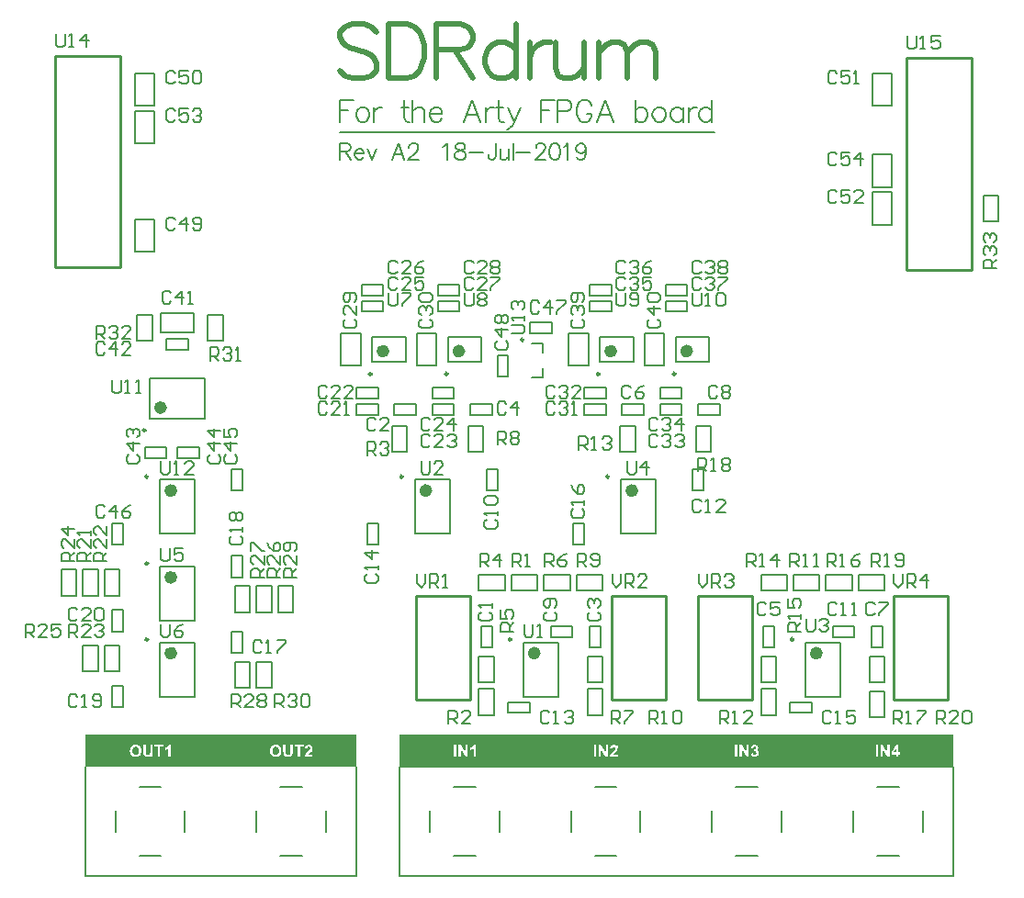
<source format=gto>
G04*
G04 #@! TF.GenerationSoftware,Altium Limited,Altium Designer,19.1.5 (86)*
G04*
G04 Layer_Color=65535*
%FSLAX25Y25*%
%MOIN*%
G70*
G01*
G75*
%ADD10C,0.00984*%
%ADD11C,0.02362*%
%ADD12C,0.01000*%
%ADD13C,0.00787*%
%ADD14C,0.01968*%
G36*
X102362Y55118D02*
X51181D01*
Y66929D01*
X74803D01*
Y66929D01*
X102362D01*
X102362Y55118D01*
D02*
G37*
G36*
X51181D02*
X39370D01*
Y66929D01*
X51181D01*
Y55118D01*
D02*
G37*
G36*
X188976Y66929D02*
X216535D01*
Y66929D01*
X240158D01*
Y66929D01*
X267717D01*
Y66929D01*
X291339D01*
Y66929D01*
X318898D01*
Y66929D01*
X342520D01*
Y66929D01*
X354331D01*
Y55118D01*
X291339D01*
D01*
D01*
X240158D01*
D01*
X216535D01*
X153543D01*
Y66929D01*
X165354D01*
Y66929D01*
X188976D01*
Y66929D01*
D02*
G37*
G36*
X137795Y55118D02*
X125984D01*
Y66929D01*
X137795D01*
Y55118D01*
D02*
G37*
G36*
X125984Y55118D02*
X102362D01*
Y66929D01*
X125984D01*
Y55118D01*
D02*
G37*
%LPC*%
G36*
X70361Y63185D02*
X69689D01*
X69630Y63041D01*
X69551Y62911D01*
X69467Y62793D01*
X69382Y62695D01*
X69297Y62610D01*
X69232Y62552D01*
X69212Y62532D01*
X69192Y62512D01*
X69179Y62506D01*
X69173Y62499D01*
X69036Y62395D01*
X68905Y62317D01*
X68787Y62245D01*
X68683Y62192D01*
X68598Y62147D01*
X68533Y62121D01*
X68507Y62114D01*
X68487Y62108D01*
X68481Y62101D01*
X68474D01*
Y62104D01*
Y58882D01*
Y61357D01*
X68696Y61441D01*
X68898Y61540D01*
X69075Y61637D01*
X69160Y61690D01*
X69232Y61742D01*
X69303Y61788D01*
X69362Y61833D01*
X69414Y61873D01*
X69460Y61905D01*
X69493Y61938D01*
X69519Y61957D01*
X69532Y61971D01*
X69538Y61977D01*
Y58882D01*
X68474D01*
X70361D01*
Y63185D01*
D02*
G37*
G36*
X63864Y63172D02*
X61361D01*
X62995D01*
Y60789D01*
Y60697D01*
Y60612D01*
X62989Y60534D01*
Y60462D01*
X62982Y60331D01*
X62976Y60233D01*
X62969Y60155D01*
X62963Y60103D01*
X62956Y60070D01*
Y60057D01*
X62937Y59979D01*
X62904Y59907D01*
X62865Y59848D01*
X62826Y59796D01*
X62793Y59750D01*
X62760Y59718D01*
X62734Y59698D01*
X62728Y59692D01*
X62649Y59639D01*
X62564Y59607D01*
X62473Y59580D01*
X62388Y59561D01*
X62303Y59548D01*
X62238Y59541D01*
X62179D01*
X62055Y59548D01*
X61937Y59567D01*
X61840Y59593D01*
X61761Y59620D01*
X61696Y59646D01*
X61650Y59672D01*
X61624Y59692D01*
X61611Y59698D01*
X61539Y59763D01*
X61487Y59829D01*
X61441Y59900D01*
X61402Y59972D01*
X61383Y60031D01*
X61363Y60077D01*
X61350Y60109D01*
Y60123D01*
X61343Y60155D01*
Y60201D01*
X61337Y60305D01*
X61330Y60423D01*
Y60540D01*
X61324Y60658D01*
Y60710D01*
Y60749D01*
Y60789D01*
Y60815D01*
Y60834D01*
Y60841D01*
Y63172D01*
X60455D01*
Y60749D01*
X60462Y60625D01*
Y60508D01*
X60468Y60403D01*
X60475Y60305D01*
X60481Y60214D01*
X60488Y60136D01*
X60494Y60064D01*
X60501Y59998D01*
X60508Y59946D01*
X60514Y59894D01*
X60520Y59861D01*
X60527Y59829D01*
X60534Y59809D01*
Y59796D01*
Y59789D01*
X60560Y59698D01*
X60599Y59613D01*
X60638Y59528D01*
X60677Y59456D01*
X60716Y59398D01*
X60749Y59352D01*
X60769Y59326D01*
X60775Y59313D01*
X60854Y59234D01*
X60932Y59156D01*
X61017Y59097D01*
X61095Y59039D01*
X61167Y58999D01*
X61226Y58967D01*
X61265Y58947D01*
X61272Y58941D01*
X61278D01*
X61343Y58914D01*
X61409Y58895D01*
X61559Y58862D01*
X61709Y58836D01*
X61859Y58823D01*
X61996Y58810D01*
X62055D01*
X62107Y58803D01*
X62205D01*
X62388Y58810D01*
X62551Y58823D01*
X62688Y58843D01*
X62806Y58869D01*
X62904Y58888D01*
X62943Y58901D01*
X62969Y58908D01*
X62995Y58914D01*
X63015Y58921D01*
X63021Y58928D01*
X63028D01*
X63139Y58980D01*
X63237Y59039D01*
X63322Y59097D01*
X63400Y59156D01*
X63453Y59202D01*
X63498Y59241D01*
X63524Y59274D01*
X63531Y59280D01*
X63596Y59365D01*
X63655Y59456D01*
X63694Y59548D01*
X63733Y59633D01*
X63759Y59711D01*
X63779Y59770D01*
X63792Y59809D01*
Y59816D01*
Y59822D01*
X63805Y59887D01*
X63818Y59959D01*
X63825Y60044D01*
X63831Y60129D01*
X63844Y60305D01*
X63857Y60488D01*
Y60573D01*
Y60651D01*
X63864Y60723D01*
Y58908D01*
Y63172D01*
D02*
G37*
G36*
X67867D02*
X64478D01*
Y62447D01*
X65738D01*
Y58882D01*
X67867D01*
Y63172D01*
D02*
G37*
G36*
X59776Y63244D02*
X55623D01*
X57693D01*
X57504Y63237D01*
X57327Y63218D01*
X57171Y63185D01*
X57033Y63159D01*
X56975Y63139D01*
X56923Y63126D01*
X56877Y63107D01*
X56838Y63094D01*
X56805Y63087D01*
X56785Y63074D01*
X56772Y63068D01*
X56766D01*
X56655Y63015D01*
X56550Y62957D01*
X56459Y62891D01*
X56374Y62826D01*
X56309Y62774D01*
X56256Y62728D01*
X56224Y62695D01*
X56211Y62682D01*
X56126Y62584D01*
X56041Y62480D01*
X55976Y62382D01*
X55917Y62290D01*
X55871Y62212D01*
X55839Y62147D01*
X55819Y62108D01*
X55812Y62101D01*
Y62094D01*
X55747Y61918D01*
X55701Y61735D01*
X55669Y61553D01*
X55649Y61376D01*
X55636Y61298D01*
Y61226D01*
X55630Y61161D01*
X55623Y61102D01*
Y60991D01*
X55630Y60802D01*
X55649Y60625D01*
X55675Y60462D01*
X55708Y60305D01*
X55754Y60162D01*
X55799Y60031D01*
X55852Y59913D01*
X55904Y59803D01*
X55956Y59705D01*
X56008Y59620D01*
X56054Y59548D01*
X56100Y59489D01*
X56132Y59443D01*
X56159Y59411D01*
X56178Y59391D01*
X56185Y59385D01*
X56296Y59280D01*
X56413Y59195D01*
X56531Y59117D01*
X56661Y59052D01*
X56785Y58993D01*
X56909Y58947D01*
X57033Y58908D01*
X57151Y58875D01*
X57262Y58849D01*
X57367Y58836D01*
X57464Y58823D01*
X57543Y58810D01*
X57608D01*
X57660Y58803D01*
X57700D01*
X57876Y58810D01*
X58039Y58829D01*
X58189Y58856D01*
X58333Y58895D01*
X58470Y58941D01*
X58594Y58986D01*
X58705Y59039D01*
X58810Y59097D01*
X58901Y59149D01*
X58979Y59202D01*
X59051Y59247D01*
X59104Y59293D01*
X59149Y59332D01*
X59182Y59359D01*
X59202Y59378D01*
X59208Y59385D01*
X59306Y59502D01*
X59397Y59626D01*
X59469Y59757D01*
X59535Y59887D01*
X59593Y60024D01*
X59639Y60162D01*
X59678Y60292D01*
X59704Y60423D01*
X59730Y60540D01*
X59743Y60658D01*
X59756Y60756D01*
X59770Y60847D01*
Y60919D01*
X59776Y60971D01*
Y61024D01*
Y61017D01*
X59770Y61206D01*
X59750Y61389D01*
X59724Y61559D01*
X59685Y61716D01*
X59645Y61860D01*
X59600Y61990D01*
X59548Y62114D01*
X59495Y62225D01*
X59437Y62323D01*
X59391Y62408D01*
X59339Y62480D01*
X59299Y62539D01*
X59260Y62591D01*
X59234Y62624D01*
X59215Y62643D01*
X59208Y62650D01*
X59097Y62754D01*
X58979Y62845D01*
X58855Y62924D01*
X58731Y62996D01*
X58607Y63048D01*
X58477Y63100D01*
X58359Y63139D01*
X58235Y63172D01*
X58124Y63192D01*
X58020Y63211D01*
X57928Y63224D01*
X57850Y63237D01*
X57784D01*
X57732Y63244D01*
X59776D01*
D02*
G37*
%LPD*%
G36*
X67867Y58882D02*
X66606D01*
Y62447D01*
X67867D01*
Y58882D01*
D02*
G37*
G36*
X57797Y62499D02*
X57889Y62493D01*
X58059Y62447D01*
X58209Y62388D01*
X58326Y62323D01*
X58379Y62290D01*
X58424Y62258D01*
X58464Y62225D01*
X58496Y62199D01*
X58522Y62173D01*
X58542Y62153D01*
X58548Y62147D01*
X58555Y62140D01*
X58614Y62068D01*
X58666Y61990D01*
X58705Y61905D01*
X58744Y61814D01*
X58803Y61631D01*
X58842Y61455D01*
X58855Y61370D01*
X58862Y61291D01*
X58875Y61220D01*
Y61161D01*
X58881Y61108D01*
Y61069D01*
Y61043D01*
Y61037D01*
X58875Y60900D01*
X58868Y60776D01*
X58849Y60651D01*
X58829Y60547D01*
X58803Y60442D01*
X58777Y60351D01*
X58744Y60266D01*
X58718Y60194D01*
X58686Y60129D01*
X58653Y60070D01*
X58627Y60024D01*
X58601Y59985D01*
X58581Y59953D01*
X58561Y59933D01*
X58555Y59920D01*
X58548Y59913D01*
X58483Y59848D01*
X58418Y59789D01*
X58346Y59744D01*
X58274Y59698D01*
X58202Y59665D01*
X58131Y59633D01*
X58000Y59587D01*
X57882Y59561D01*
X57830Y59554D01*
X57784Y59548D01*
X57752Y59541D01*
X57700D01*
X57608Y59548D01*
X57517Y59554D01*
X57432Y59574D01*
X57347Y59600D01*
X57203Y59659D01*
X57079Y59731D01*
X56981Y59796D01*
X56942Y59829D01*
X56909Y59855D01*
X56883Y59881D01*
X56864Y59900D01*
X56857Y59907D01*
X56851Y59913D01*
X56792Y59985D01*
X56740Y60070D01*
X56694Y60155D01*
X56661Y60246D01*
X56596Y60429D01*
X56557Y60612D01*
X56544Y60697D01*
X56537Y60776D01*
X56531Y60841D01*
X56524Y60906D01*
X56518Y60952D01*
Y60991D01*
Y61017D01*
Y61024D01*
X56524Y61161D01*
X56531Y61285D01*
X56550Y61402D01*
X56570Y61513D01*
X56590Y61611D01*
X56622Y61703D01*
X56648Y61788D01*
X56681Y61860D01*
X56707Y61925D01*
X56740Y61977D01*
X56766Y62029D01*
X56785Y62068D01*
X56811Y62094D01*
X56824Y62114D01*
X56831Y62127D01*
X56838Y62134D01*
X56903Y62199D01*
X56968Y62258D01*
X57040Y62304D01*
X57112Y62349D01*
X57184Y62388D01*
X57256Y62414D01*
X57393Y62460D01*
X57510Y62486D01*
X57562Y62493D01*
X57608Y62499D01*
X57647Y62506D01*
X57700D01*
X57797Y62499D01*
D02*
G37*
%LPC*%
G36*
X232650Y63175D02*
D01*
Y61980D01*
X232643Y62072D01*
X232637Y62163D01*
X232591Y62326D01*
X232532Y62470D01*
X232467Y62594D01*
X232402Y62692D01*
X232369Y62738D01*
X232343Y62770D01*
X232317Y62796D01*
X232297Y62816D01*
X232291Y62823D01*
X232284Y62829D01*
X232212Y62888D01*
X232140Y62947D01*
X232055Y62992D01*
X231977Y63032D01*
X231807Y63090D01*
X231651Y63130D01*
X231572Y63149D01*
X231507Y63156D01*
X231442Y63162D01*
X231389Y63169D01*
X231344Y63175D01*
X231181D01*
X231076Y63162D01*
X230893Y63130D01*
X230730Y63077D01*
X230658Y63051D01*
X230593Y63025D01*
X230527Y62999D01*
X230475Y62973D01*
X230430Y62947D01*
X230397Y62921D01*
X230364Y62901D01*
X230345Y62888D01*
X230332Y62881D01*
X230325Y62875D01*
X230260Y62816D01*
X230194Y62751D01*
X230142Y62679D01*
X230090Y62601D01*
X230012Y62437D01*
X229953Y62281D01*
X229927Y62202D01*
X229914Y62130D01*
X229894Y62072D01*
X229888Y62013D01*
X229874Y61967D01*
Y61935D01*
X229868Y61908D01*
Y61902D01*
X230684Y61823D01*
X230697Y61948D01*
X230717Y62059D01*
X230750Y62143D01*
X230776Y62215D01*
X230808Y62274D01*
X230828Y62307D01*
X230848Y62333D01*
X230854Y62339D01*
X230919Y62392D01*
X230985Y62431D01*
X231056Y62457D01*
X231122Y62476D01*
X231174Y62490D01*
X231226Y62496D01*
X231265D01*
X231357Y62490D01*
X231442Y62470D01*
X231514Y62450D01*
X231572Y62424D01*
X231618Y62392D01*
X231651Y62372D01*
X231670Y62353D01*
X231677Y62346D01*
X231729Y62287D01*
X231762Y62215D01*
X231788Y62143D01*
X231807Y62078D01*
X231820Y62019D01*
X231827Y61967D01*
Y61935D01*
Y61922D01*
X231820Y61830D01*
X231801Y61739D01*
X231775Y61654D01*
X231742Y61575D01*
X231709Y61510D01*
X231683Y61464D01*
X231664Y61432D01*
X231657Y61419D01*
X231631Y61379D01*
X231592Y61334D01*
X231546Y61288D01*
X231494Y61236D01*
X231383Y61118D01*
X231265Y61001D01*
X231154Y60896D01*
X231102Y60844D01*
X231063Y60805D01*
X231024Y60772D01*
X230998Y60739D01*
X230978Y60726D01*
X230972Y60720D01*
X230848Y60602D01*
X230730Y60491D01*
X230632Y60387D01*
X230534Y60289D01*
X230449Y60198D01*
X230377Y60113D01*
X230306Y60034D01*
X230247Y59962D01*
X230201Y59904D01*
X230155Y59845D01*
X230123Y59799D01*
X230090Y59760D01*
X230070Y59727D01*
X230057Y59708D01*
X230044Y59695D01*
Y59688D01*
X229966Y59545D01*
X229907Y59401D01*
X229855Y59264D01*
X229822Y59133D01*
X229796Y59029D01*
X229790Y58983D01*
X229783Y58944D01*
X229777Y58918D01*
X229770Y58892D01*
Y58872D01*
X232650D01*
Y63175D01*
D02*
G37*
G36*
X335094D02*
X332011D01*
X333873D01*
X332011Y60446D01*
Y59734D01*
X333768D01*
Y58872D01*
X334565D01*
Y59734D01*
X335094D01*
Y58872D01*
D01*
Y61379D01*
Y60452D01*
X334565D01*
Y63175D01*
X335094D01*
Y61389D01*
D01*
Y63175D01*
D02*
G37*
G36*
X280301Y63201D02*
X278740D01*
X279498D01*
Y60322D01*
X277729Y63201D01*
X276893D01*
Y58911D01*
X278347D01*
X277696D01*
Y61726D01*
X279433Y58911D01*
X280301D01*
Y63201D01*
D02*
G37*
G36*
X178295Y63162D02*
X176733D01*
X177492D01*
Y60282D01*
X175722Y63162D01*
X174886D01*
Y58872D01*
X176341D01*
X175690D01*
Y61686D01*
X177427Y58872D01*
X178295D01*
Y63162D01*
D02*
G37*
G36*
X229143Y63162D02*
X227582D01*
X228340D01*
Y60282D01*
X226570Y63162D01*
X225734D01*
Y58872D01*
X227189D01*
X226538D01*
Y61686D01*
X228275Y58872D01*
X229143D01*
Y63162D01*
D02*
G37*
G36*
X331424D02*
X329862D01*
X330621D01*
Y60282D01*
X328851Y63162D01*
X328015D01*
Y58872D01*
X329470D01*
X328818D01*
Y61686D01*
X330555Y58872D01*
X331424D01*
Y63162D01*
D02*
G37*
G36*
X282443Y63214D02*
X282384D01*
X282254Y63208D01*
X282130Y63195D01*
X282025Y63169D01*
X281927Y63149D01*
X281849Y63123D01*
X281790Y63097D01*
X281751Y63084D01*
X281745Y63077D01*
X281738D01*
X281640Y63025D01*
X281549Y62966D01*
X281477Y62907D01*
X281412Y62849D01*
X281359Y62790D01*
X281327Y62751D01*
X281300Y62725D01*
X281294Y62712D01*
X281242Y62620D01*
X281189Y62516D01*
X281150Y62411D01*
X281118Y62313D01*
X281091Y62222D01*
X281072Y62150D01*
X281065Y62124D01*
Y62104D01*
X281059Y62091D01*
Y62085D01*
X281816Y61961D01*
X281829Y62059D01*
X281856Y62143D01*
X281882Y62215D01*
X281914Y62281D01*
X281947Y62326D01*
X281966Y62359D01*
X281986Y62379D01*
X281993Y62385D01*
X282051Y62437D01*
X282117Y62470D01*
X282175Y62496D01*
X282234Y62516D01*
X282287Y62529D01*
X282326Y62535D01*
X282358D01*
X282437Y62529D01*
X282508Y62516D01*
X282567Y62496D01*
X282620Y62470D01*
X282659Y62444D01*
X282685Y62424D01*
X282704Y62411D01*
X282711Y62405D01*
X282757Y62353D01*
X282789Y62294D01*
X282809Y62235D01*
X282828Y62183D01*
X282835Y62137D01*
X282842Y62098D01*
Y62065D01*
Y62059D01*
X282835Y61967D01*
X282815Y61889D01*
X282783Y61817D01*
X282750Y61758D01*
X282717Y61712D01*
X282685Y61673D01*
X282665Y61654D01*
X282659Y61647D01*
X282587Y61602D01*
X282502Y61562D01*
X282417Y61536D01*
X282339Y61523D01*
X282267Y61517D01*
X282202Y61510D01*
X282149D01*
X282058Y60844D01*
X282136Y60864D01*
X282208Y60883D01*
X282273Y60896D01*
X282326Y60903D01*
X282371Y60909D01*
X282430D01*
X282515Y60903D01*
X282593Y60883D01*
X282665Y60851D01*
X282724Y60818D01*
X282776Y60785D01*
X282809Y60753D01*
X282835Y60733D01*
X282842Y60726D01*
X282900Y60655D01*
X282940Y60570D01*
X282972Y60491D01*
X282992Y60413D01*
X283005Y60341D01*
X283011Y60282D01*
Y60243D01*
Y60237D01*
Y60230D01*
X283005Y60113D01*
X282985Y60008D01*
X282953Y59917D01*
X282926Y59838D01*
X282894Y59780D01*
X282861Y59741D01*
X282842Y59708D01*
X282835Y59701D01*
X282763Y59636D01*
X282691Y59590D01*
X282620Y59558D01*
X282554Y59538D01*
X282495Y59525D01*
X282450Y59512D01*
X282404D01*
X282319Y59518D01*
X282241Y59538D01*
X282175Y59564D01*
X282117Y59590D01*
X282065Y59616D01*
X282032Y59642D01*
X282006Y59662D01*
X281999Y59669D01*
X281940Y59734D01*
X281895Y59812D01*
X281862Y59891D01*
X281836Y59962D01*
X281816Y60034D01*
X281803Y60087D01*
X281797Y60126D01*
Y60132D01*
Y60139D01*
X281000Y60041D01*
X281013Y59943D01*
X281033Y59845D01*
X281091Y59675D01*
X281163Y59525D01*
X281242Y59401D01*
X281281Y59349D01*
X281313Y59303D01*
X281346Y59257D01*
X281379Y59225D01*
X281405Y59198D01*
X281424Y59179D01*
X281431Y59172D01*
X281438Y59166D01*
X281509Y59107D01*
X281588Y59055D01*
X281673Y59009D01*
X281751Y58976D01*
X281914Y58911D01*
X282071Y58872D01*
X282136Y58859D01*
X282202Y58852D01*
X282260Y58846D01*
X282313Y58839D01*
X282352Y58833D01*
X281000D01*
X282411D01*
X282522Y58839D01*
X282633Y58852D01*
X282731Y58872D01*
X282828Y58898D01*
X282920Y58924D01*
X283005Y58957D01*
X283083Y58996D01*
X283155Y59035D01*
X283220Y59068D01*
X283273Y59107D01*
X283325Y59140D01*
X283364Y59172D01*
X283397Y59192D01*
X283416Y59211D01*
X283429Y59225D01*
X283436Y59231D01*
X283508Y59310D01*
X283573Y59388D01*
X283632Y59466D01*
X283677Y59551D01*
X283717Y59629D01*
X283749Y59708D01*
X283802Y59858D01*
X283821Y59930D01*
X283834Y59995D01*
X283841Y60047D01*
X283847Y60100D01*
X283854Y60139D01*
Y59179D01*
Y60191D01*
X283847Y60335D01*
X283821Y60459D01*
X283782Y60576D01*
X283743Y60674D01*
X283703Y60753D01*
X283664Y60811D01*
X283638Y60844D01*
X283632Y60857D01*
X283540Y60948D01*
X283449Y61027D01*
X283351Y61092D01*
X283253Y61138D01*
X283175Y61171D01*
X283103Y61197D01*
X283077Y61203D01*
X283064D01*
X283050Y61210D01*
X283044D01*
X283155Y61275D01*
X283246Y61347D01*
X283331Y61419D01*
X283403Y61497D01*
X283462Y61569D01*
X283514Y61647D01*
X283553Y61719D01*
X283586Y61791D01*
X283612Y61856D01*
X283632Y61915D01*
X283645Y61967D01*
X283658Y62019D01*
Y62059D01*
X283664Y62085D01*
Y62104D01*
Y62111D01*
Y62183D01*
X283651Y62255D01*
X283619Y62392D01*
X283566Y62509D01*
X283514Y62614D01*
X283455Y62705D01*
X283403Y62770D01*
X283383Y62790D01*
X283370Y62810D01*
X283364Y62816D01*
X283357Y62823D01*
X283286Y62894D01*
X283214Y62953D01*
X283129Y63006D01*
X283050Y63051D01*
X282972Y63090D01*
X282887Y63117D01*
X282737Y63169D01*
X282665Y63182D01*
X282593Y63195D01*
X282535Y63201D01*
X282482Y63208D01*
X282443Y63214D01*
D02*
G37*
G36*
X276070Y63201D02*
X275202D01*
Y58911D01*
X276070D01*
Y63201D01*
D02*
G37*
G36*
X181136Y63175D02*
X179248D01*
D01*
X180463D01*
X180404Y63032D01*
X180326Y62901D01*
X180241Y62783D01*
X180156Y62686D01*
X180071Y62601D01*
X180006Y62542D01*
X179986Y62522D01*
X179967Y62503D01*
X179954Y62496D01*
X179947Y62490D01*
X179810Y62385D01*
X179679Y62307D01*
X179562Y62235D01*
X179457Y62183D01*
X179373Y62137D01*
X179307Y62111D01*
X179281Y62104D01*
X179262Y62098D01*
X179255Y62091D01*
X179248D01*
Y61347D01*
X179471Y61432D01*
X179673Y61530D01*
X179849Y61628D01*
X179934Y61680D01*
X180006Y61732D01*
X180078Y61778D01*
X180137Y61824D01*
X180189Y61863D01*
X180235Y61895D01*
X180267Y61928D01*
X180293Y61948D01*
X180306Y61961D01*
X180313Y61967D01*
Y58872D01*
X181136D01*
Y63175D01*
D02*
G37*
G36*
X174064Y63162D02*
X173195D01*
Y58872D01*
X174064D01*
Y63162D01*
D02*
G37*
G36*
X224912Y63162D02*
X224043D01*
Y58872D01*
X224912D01*
Y63162D01*
D02*
G37*
G36*
X327192D02*
X326324D01*
Y58872D01*
X327192D01*
Y63162D01*
D02*
G37*
%LPD*%
G36*
X232650Y59636D02*
X231011D01*
X231063Y59721D01*
X231122Y59786D01*
X231141Y59819D01*
X231161Y59838D01*
X231174Y59851D01*
X231181Y59858D01*
X231207Y59884D01*
X231233Y59910D01*
X231305Y59982D01*
X231383Y60060D01*
X231468Y60139D01*
X231546Y60217D01*
X231611Y60276D01*
X231631Y60302D01*
X231651Y60322D01*
X231664Y60328D01*
X231670Y60335D01*
X231807Y60459D01*
X231918Y60570D01*
X232016Y60668D01*
X232088Y60746D01*
X232147Y60805D01*
X232186Y60851D01*
X232206Y60877D01*
X232212Y60883D01*
X232291Y60988D01*
X232362Y61086D01*
X232421Y61177D01*
X232467Y61262D01*
X232500Y61327D01*
X232526Y61379D01*
X232539Y61412D01*
X232545Y61425D01*
X232578Y61523D01*
X232604Y61628D01*
X232624Y61719D01*
X232637Y61804D01*
X232643Y61876D01*
X232650Y61935D01*
Y59636D01*
D02*
G37*
G36*
X333768Y60452D02*
X332775D01*
X333768Y61922D01*
Y60452D01*
D02*
G37*
%LPC*%
G36*
X114712Y63172D02*
X111303D01*
Y60749D01*
X111310Y60625D01*
Y60508D01*
X111316Y60403D01*
X111323Y60305D01*
X111329Y60214D01*
X111336Y60136D01*
X111343Y60064D01*
X111349Y59998D01*
X111355Y59946D01*
X111362Y59894D01*
X111369Y59861D01*
X111375Y59829D01*
X111382Y59809D01*
Y59796D01*
Y59789D01*
X111408Y59698D01*
X111447Y59613D01*
X111486Y59528D01*
X111525Y59456D01*
X111565Y59398D01*
X111597Y59352D01*
X111617Y59326D01*
X111623Y59313D01*
X111702Y59234D01*
X111780Y59156D01*
X111865Y59097D01*
X111943Y59039D01*
X112015Y58999D01*
X112074Y58967D01*
X112113Y58947D01*
X112120Y58941D01*
X112126D01*
X112191Y58914D01*
X112257Y58895D01*
X112407Y58862D01*
X112557Y58836D01*
X112707Y58823D01*
X112844Y58810D01*
X112903D01*
X112955Y58803D01*
X113053D01*
X113236Y58810D01*
X113399Y58823D01*
X113537Y58843D01*
X113654Y58869D01*
X113752Y58888D01*
X113791Y58901D01*
X113817Y58908D01*
X113844Y58914D01*
X113863Y58921D01*
X113870Y58928D01*
X113876D01*
X113987Y58980D01*
X114085Y59039D01*
X114170Y59097D01*
X114248Y59156D01*
X114301Y59202D01*
X114346Y59241D01*
X114372Y59274D01*
X114379Y59280D01*
X114444Y59365D01*
X114503Y59456D01*
X114542Y59548D01*
X114581Y59633D01*
X114608Y59711D01*
X114627Y59770D01*
X114640Y59809D01*
Y59816D01*
Y59822D01*
X114653Y59887D01*
X114666Y59959D01*
X114673Y60044D01*
X114679Y60129D01*
X114692Y60305D01*
X114705Y60488D01*
Y60573D01*
Y60651D01*
X114712Y60723D01*
Y58908D01*
Y63172D01*
D02*
G37*
G36*
X120569Y63185D02*
X120406D01*
X120302Y63172D01*
X120119Y63139D01*
X119956Y63087D01*
X119884Y63061D01*
X119818Y63035D01*
X119753Y63009D01*
X119701Y62983D01*
X119655Y62957D01*
X119623Y62930D01*
X119590Y62911D01*
X119570Y62898D01*
X119557Y62891D01*
X119551Y62885D01*
X119485Y62826D01*
X119420Y62761D01*
X119368Y62689D01*
X119316Y62610D01*
X119237Y62447D01*
X119178Y62290D01*
X119152Y62212D01*
X119139Y62140D01*
X119120Y62081D01*
X119113Y62023D01*
X119100Y61977D01*
Y61944D01*
X119094Y61918D01*
Y61912D01*
X119910Y61833D01*
X119923Y61957D01*
X119942Y62068D01*
X119975Y62153D01*
X120001Y62225D01*
X120034Y62284D01*
X120054Y62317D01*
X120073Y62343D01*
X120080Y62349D01*
X120145Y62401D01*
X120210Y62441D01*
X120282Y62467D01*
X120347Y62486D01*
X120400Y62499D01*
X120452Y62506D01*
X120491D01*
X120582Y62499D01*
X120667Y62480D01*
X120739Y62460D01*
X120798Y62434D01*
X120844Y62401D01*
X120876Y62382D01*
X120896Y62362D01*
X120902Y62356D01*
X120955Y62297D01*
X120987Y62225D01*
X121013Y62153D01*
X121033Y62088D01*
X121046Y62029D01*
X121053Y61977D01*
Y61944D01*
Y61931D01*
X121046Y61840D01*
X121027Y61748D01*
X121000Y61664D01*
X120968Y61585D01*
X120935Y61520D01*
X120909Y61474D01*
X120889Y61441D01*
X120883Y61428D01*
X120857Y61389D01*
X120817Y61344D01*
X120772Y61298D01*
X120720Y61246D01*
X120609Y61128D01*
X120491Y61011D01*
X120380Y60906D01*
X120328Y60854D01*
X120289Y60815D01*
X120249Y60782D01*
X120223Y60749D01*
X120204Y60736D01*
X120197Y60730D01*
X120073Y60612D01*
X119956Y60501D01*
X119858Y60397D01*
X119760Y60299D01*
X119675Y60207D01*
X119603Y60123D01*
X119531Y60044D01*
X119472Y59972D01*
X119427Y59913D01*
X119381Y59855D01*
X119348Y59809D01*
X119316Y59770D01*
X119296Y59737D01*
X119283Y59718D01*
X119270Y59705D01*
Y59698D01*
X119192Y59554D01*
X119133Y59411D01*
X119080Y59274D01*
X119048Y59143D01*
X119022Y59039D01*
X119015Y58993D01*
X119009Y58954D01*
X119002Y58928D01*
X118996Y58901D01*
Y58882D01*
X121875D01*
Y61585D01*
Y59646D01*
X120236D01*
X120289Y59731D01*
X120347Y59796D01*
X120367Y59829D01*
X120387Y59848D01*
X120400Y59861D01*
X120406Y59868D01*
X120432Y59894D01*
X120458Y59920D01*
X120530Y59992D01*
X120609Y60070D01*
X120694Y60149D01*
X120772Y60227D01*
X120837Y60286D01*
X120857Y60312D01*
X120876Y60331D01*
X120889Y60338D01*
X120896Y60344D01*
X121033Y60469D01*
X121144Y60580D01*
X121242Y60677D01*
X121314Y60756D01*
X121373Y60815D01*
X121412Y60860D01*
X121431Y60887D01*
X121438Y60893D01*
X121516Y60997D01*
X121588Y61095D01*
X121647Y61187D01*
X121693Y61272D01*
X121725Y61337D01*
X121751Y61389D01*
X121764Y61422D01*
X121771Y61435D01*
X121803Y61533D01*
X121830Y61637D01*
X121849Y61729D01*
X121862Y61814D01*
X121869Y61886D01*
X121875Y61944D01*
Y61990D01*
X121869Y62081D01*
X121862Y62173D01*
X121817Y62336D01*
X121758Y62480D01*
X121693Y62604D01*
X121627Y62702D01*
X121595Y62748D01*
X121569Y62780D01*
X121542Y62806D01*
X121523Y62826D01*
X121516Y62832D01*
X121510Y62839D01*
X121438Y62898D01*
X121366Y62957D01*
X121281Y63002D01*
X121203Y63041D01*
X121033Y63100D01*
X120876Y63139D01*
X120798Y63159D01*
X120733Y63165D01*
X120667Y63172D01*
X120615Y63178D01*
X120569Y63185D01*
D02*
G37*
G36*
X118715Y63172D02*
X115326D01*
Y62447D01*
X116586D01*
Y58882D01*
X118715D01*
Y63172D01*
D02*
G37*
G36*
X110624Y63244D02*
X106471D01*
X108541D01*
X108352Y63237D01*
X108175Y63218D01*
X108019Y63185D01*
X107882Y63159D01*
X107823Y63139D01*
X107771Y63126D01*
X107725Y63107D01*
X107686Y63094D01*
X107653Y63087D01*
X107633Y63074D01*
X107620Y63068D01*
X107614D01*
X107503Y63015D01*
X107398Y62957D01*
X107307Y62891D01*
X107222Y62826D01*
X107157Y62774D01*
X107105Y62728D01*
X107072Y62695D01*
X107059Y62682D01*
X106974Y62584D01*
X106889Y62480D01*
X106824Y62382D01*
X106765Y62290D01*
X106719Y62212D01*
X106687Y62147D01*
X106667Y62108D01*
X106660Y62101D01*
Y62094D01*
X106595Y61918D01*
X106550Y61735D01*
X106517Y61553D01*
X106497Y61376D01*
X106484Y61298D01*
Y61226D01*
X106478Y61161D01*
X106471Y61102D01*
Y60991D01*
X106478Y60802D01*
X106497Y60625D01*
X106523Y60462D01*
X106556Y60305D01*
X106602Y60162D01*
X106647Y60031D01*
X106700Y59913D01*
X106752Y59803D01*
X106804Y59705D01*
X106856Y59620D01*
X106902Y59548D01*
X106948Y59489D01*
X106980Y59443D01*
X107007Y59411D01*
X107026Y59391D01*
X107033Y59385D01*
X107144Y59280D01*
X107261Y59195D01*
X107379Y59117D01*
X107509Y59052D01*
X107633Y58993D01*
X107757Y58947D01*
X107882Y58908D01*
X107999Y58875D01*
X108110Y58849D01*
X108215Y58836D01*
X108313Y58823D01*
X108391Y58810D01*
X108456D01*
X108509Y58803D01*
X108548D01*
X108724Y58810D01*
X108887Y58829D01*
X109037Y58856D01*
X109181Y58895D01*
X109318Y58941D01*
X109442Y58986D01*
X109553Y59039D01*
X109658Y59097D01*
X109749Y59149D01*
X109827Y59202D01*
X109899Y59247D01*
X109952Y59293D01*
X109997Y59332D01*
X110030Y59359D01*
X110049Y59378D01*
X110056Y59385D01*
X110154Y59502D01*
X110246Y59626D01*
X110317Y59757D01*
X110383Y59887D01*
X110441Y60024D01*
X110487Y60162D01*
X110526Y60292D01*
X110552Y60423D01*
X110579Y60540D01*
X110591Y60658D01*
X110605Y60756D01*
X110618Y60847D01*
Y60919D01*
X110624Y60971D01*
Y61024D01*
Y61017D01*
X110618Y61206D01*
X110598Y61389D01*
X110572Y61559D01*
X110533Y61716D01*
X110494Y61860D01*
X110448Y61990D01*
X110396Y62114D01*
X110343Y62225D01*
X110285Y62323D01*
X110239Y62408D01*
X110187Y62480D01*
X110148Y62539D01*
X110108Y62591D01*
X110082Y62624D01*
X110063Y62643D01*
X110056Y62650D01*
X109945Y62754D01*
X109827Y62845D01*
X109704Y62924D01*
X109579Y62996D01*
X109455Y63048D01*
X109325Y63100D01*
X109207Y63139D01*
X109083Y63172D01*
X108972Y63192D01*
X108868Y63211D01*
X108776Y63224D01*
X108698Y63237D01*
X108633D01*
X108580Y63244D01*
X110624D01*
D02*
G37*
%LPD*%
G36*
X113844Y60789D02*
Y60697D01*
Y60612D01*
X113837Y60534D01*
Y60462D01*
X113830Y60331D01*
X113824Y60233D01*
X113817Y60155D01*
X113811Y60103D01*
X113804Y60070D01*
Y60057D01*
X113785Y59979D01*
X113752Y59907D01*
X113713Y59848D01*
X113674Y59796D01*
X113641Y59750D01*
X113608Y59718D01*
X113582Y59698D01*
X113576Y59692D01*
X113497Y59639D01*
X113412Y59607D01*
X113321Y59580D01*
X113236Y59561D01*
X113151Y59548D01*
X113086Y59541D01*
X113027D01*
X112903Y59548D01*
X112786Y59567D01*
X112688Y59593D01*
X112609Y59620D01*
X112544Y59646D01*
X112498Y59672D01*
X112472Y59692D01*
X112459Y59698D01*
X112387Y59763D01*
X112335Y59829D01*
X112289Y59900D01*
X112250Y59972D01*
X112231Y60031D01*
X112211Y60077D01*
X112198Y60109D01*
Y60123D01*
X112191Y60155D01*
Y60201D01*
X112185Y60305D01*
X112178Y60423D01*
Y60540D01*
X112172Y60658D01*
Y60710D01*
Y60749D01*
Y60789D01*
Y60815D01*
Y60834D01*
Y60841D01*
Y63172D01*
X113844D01*
Y60789D01*
D02*
G37*
G36*
X118715Y58882D02*
X117455D01*
Y62447D01*
X118715D01*
Y58882D01*
D02*
G37*
G36*
X108646Y62499D02*
X108737Y62493D01*
X108907Y62447D01*
X109057Y62388D01*
X109175Y62323D01*
X109227Y62290D01*
X109273Y62258D01*
X109312Y62225D01*
X109344Y62199D01*
X109370Y62173D01*
X109390Y62153D01*
X109397Y62147D01*
X109403Y62140D01*
X109462Y62068D01*
X109514Y61990D01*
X109553Y61905D01*
X109592Y61814D01*
X109651Y61631D01*
X109690Y61455D01*
X109704Y61370D01*
X109710Y61291D01*
X109723Y61220D01*
Y61161D01*
X109730Y61108D01*
Y61069D01*
Y61043D01*
Y61037D01*
X109723Y60900D01*
X109716Y60776D01*
X109697Y60651D01*
X109677Y60547D01*
X109651Y60442D01*
X109625Y60351D01*
X109592Y60266D01*
X109566Y60194D01*
X109534Y60129D01*
X109501Y60070D01*
X109475Y60024D01*
X109449Y59985D01*
X109429Y59953D01*
X109410Y59933D01*
X109403Y59920D01*
X109397Y59913D01*
X109331Y59848D01*
X109266Y59789D01*
X109194Y59744D01*
X109122Y59698D01*
X109051Y59665D01*
X108979Y59633D01*
X108848Y59587D01*
X108730Y59561D01*
X108678Y59554D01*
X108633Y59548D01*
X108600Y59541D01*
X108548D01*
X108456Y59548D01*
X108365Y59554D01*
X108280Y59574D01*
X108195Y59600D01*
X108051Y59659D01*
X107927Y59731D01*
X107829Y59796D01*
X107790Y59829D01*
X107757Y59855D01*
X107731Y59881D01*
X107712Y59900D01*
X107705Y59907D01*
X107699Y59913D01*
X107640Y59985D01*
X107588Y60070D01*
X107542Y60155D01*
X107509Y60246D01*
X107444Y60429D01*
X107405Y60612D01*
X107392Y60697D01*
X107385Y60776D01*
X107379Y60841D01*
X107372Y60906D01*
X107366Y60952D01*
Y60991D01*
Y61017D01*
Y61024D01*
X107372Y61161D01*
X107379Y61285D01*
X107398Y61402D01*
X107418Y61513D01*
X107438Y61611D01*
X107470Y61703D01*
X107496Y61788D01*
X107529Y61860D01*
X107555Y61925D01*
X107588Y61977D01*
X107614Y62029D01*
X107633Y62068D01*
X107660Y62094D01*
X107673Y62114D01*
X107679Y62127D01*
X107686Y62134D01*
X107751Y62199D01*
X107816Y62258D01*
X107888Y62304D01*
X107960Y62349D01*
X108032Y62388D01*
X108104Y62414D01*
X108241Y62460D01*
X108358Y62486D01*
X108411Y62493D01*
X108456Y62499D01*
X108495Y62506D01*
X108548D01*
X108646Y62499D01*
D02*
G37*
D10*
X229528Y160551D02*
G03*
X229528Y160551I-492J0D01*
G01*
X154724Y160551D02*
G03*
X154724Y160551I-492J0D01*
G01*
X194095Y101496D02*
G03*
X194095Y101496I-492J0D01*
G01*
X198524Y210236D02*
G03*
X198524Y210236I-492J0D01*
G01*
X296457Y101496D02*
G03*
X296457Y101496I-492J0D01*
G01*
X61319Y177362D02*
G03*
X61319Y177362I-492J0D01*
G01*
X62205Y160551D02*
G03*
X62205Y160551I-492J0D01*
G01*
X62205Y129055D02*
G03*
X62205Y129055I-492J0D01*
G01*
Y101496D02*
G03*
X62205Y101496I-492J0D01*
G01*
X253642Y197835D02*
G03*
X253642Y197835I-492J0D01*
G01*
X226083D02*
G03*
X226083Y197835I-492J0D01*
G01*
X170965D02*
G03*
X170965Y197835I-492J0D01*
G01*
X143405D02*
G03*
X143405Y197835I-492J0D01*
G01*
D11*
X238976Y155512D02*
G03*
X238976Y155512I-1181J0D01*
G01*
X164173Y155512D02*
G03*
X164173Y155512I-1181J0D01*
G01*
X203543Y96457D02*
G03*
X203543Y96457I-1181J0D01*
G01*
X305906D02*
G03*
X305906Y96457I-1181J0D01*
G01*
X67913Y185630D02*
G03*
X67913Y185630I-1181J0D01*
G01*
X71653Y155512D02*
G03*
X71653Y155512I-1181J0D01*
G01*
X71653Y124016D02*
G03*
X71653Y124016I-1181J0D01*
G01*
Y96457D02*
G03*
X71653Y96457I-1181J0D01*
G01*
X258858Y206102D02*
G03*
X258858Y206102I-1181J0D01*
G01*
X231299D02*
G03*
X231299Y206102I-1181J0D01*
G01*
X176181D02*
G03*
X176181Y206102I-1181J0D01*
G01*
X148622D02*
G03*
X148622Y206102I-1181J0D01*
G01*
D12*
X159449Y79724D02*
X179134D01*
Y117126D01*
X159449D02*
X179134D01*
X159449Y79724D02*
Y117126D01*
X28543Y313307D02*
X52165D01*
X28543Y236535D02*
X52165D01*
Y313307D01*
X28543Y236535D02*
Y313307D01*
X337598Y235748D02*
X361221D01*
X337598Y312520D02*
X361221D01*
X337598Y235748D02*
Y312520D01*
X361221Y235748D02*
Y312520D01*
X230315Y79724D02*
Y117126D01*
X250000D01*
Y79724D02*
Y117126D01*
X230315Y79724D02*
X250000D01*
X261811D02*
X281496D01*
Y117126D01*
X261811D02*
X281496D01*
X261811Y79724D02*
Y117126D01*
X332677Y79724D02*
Y117126D01*
X352362D01*
Y79724D02*
Y117126D01*
X332677Y79724D02*
X352362D01*
D13*
X233858Y139764D02*
Y159449D01*
X246457Y139764D02*
Y159449D01*
X233858D02*
X246457D01*
X233858Y139764D02*
X246457D01*
X159055Y139764D02*
Y159449D01*
X171653Y139764D02*
Y159449D01*
X159055D02*
X171653D01*
X159055Y139764D02*
X171653D01*
X365354Y253150D02*
X370866D01*
Y262598D01*
X365354D02*
X370866D01*
X365354Y253150D02*
Y262598D01*
X110236Y22835D02*
X118110D01*
X101575Y31496D02*
Y39370D01*
X110236Y48031D02*
X118110D01*
X126772Y31496D02*
Y39370D01*
X75591Y31496D02*
Y39370D01*
X59055Y48031D02*
X66929D01*
X50394Y31496D02*
Y39370D01*
X59055Y22835D02*
X66929D01*
X326772Y22835D02*
X334646D01*
X318110Y31496D02*
Y39370D01*
X326772Y48031D02*
X334646D01*
X343307Y31496D02*
Y39370D01*
X292126Y31496D02*
Y39370D01*
X275591Y48031D02*
X283465D01*
X266929Y31496D02*
Y39370D01*
X275591Y22835D02*
X283465D01*
X224410D02*
X232283D01*
X215748Y31496D02*
Y39370D01*
X224410Y48031D02*
X232283D01*
X240945Y31496D02*
Y39370D01*
X189764Y31496D02*
Y39370D01*
X173228Y48031D02*
X181102D01*
X164567Y31496D02*
Y39370D01*
X173228Y22835D02*
X181102D01*
X255906Y183071D02*
Y187008D01*
X248031D02*
X255906D01*
X248031Y183071D02*
Y187008D01*
Y183071D02*
X255906D01*
X255906Y188976D02*
Y192913D01*
X248031D02*
X255906D01*
X248031Y188976D02*
Y192913D01*
Y188976D02*
X255906D01*
X259842Y155512D02*
X263779D01*
Y163386D01*
X259842D02*
X263779D01*
X259842Y155512D02*
Y163386D01*
X318543Y102362D02*
Y106299D01*
X310669D02*
X318543D01*
X310669Y102362D02*
Y106299D01*
Y102362D02*
X318543D01*
X324803Y98425D02*
X328740D01*
Y106299D01*
X324803D02*
X328740D01*
X324803Y98425D02*
Y106299D01*
X324016Y82579D02*
X329528D01*
X324016Y73130D02*
Y82579D01*
Y73130D02*
X329528D01*
Y82579D01*
X324016Y85827D02*
X329528D01*
Y95276D01*
X324016D02*
X329528D01*
X324016Y85827D02*
Y95276D01*
X284646Y83465D02*
X290158D01*
X284646Y74016D02*
Y83465D01*
Y74016D02*
X290158D01*
Y83465D01*
X285433Y98425D02*
X289370D01*
Y106299D01*
X285433D02*
X289370D01*
X285433Y98425D02*
Y106299D01*
X221654Y85827D02*
X227165D01*
Y95276D01*
X221654D02*
X227165D01*
X221654Y85827D02*
Y95276D01*
X216181Y102362D02*
Y106299D01*
X208307D02*
X216181D01*
X208307Y102362D02*
Y106299D01*
Y102362D02*
X216181D01*
X222441Y98425D02*
X226378D01*
Y106299D01*
X222441D02*
X226378D01*
X222441Y98425D02*
Y106299D01*
X221654Y83465D02*
X227165D01*
X221654Y74016D02*
Y83465D01*
Y74016D02*
X227165D01*
Y83465D01*
X182283Y85827D02*
X187795D01*
Y95276D01*
X182283D02*
X187795D01*
X182283Y85827D02*
Y95276D01*
Y83465D02*
X187795D01*
X182283Y74016D02*
Y83465D01*
Y74016D02*
X187795D01*
Y83465D01*
X183071Y98425D02*
X187008D01*
Y106299D01*
X183071D02*
X187008D01*
X183071Y98425D02*
Y106299D01*
X198425Y80709D02*
Y100394D01*
X211024Y80709D02*
Y100394D01*
X198425D02*
X211024D01*
X198425Y80709D02*
X211024D01*
X295276Y74803D02*
Y78740D01*
Y74803D02*
X303150D01*
Y78740D01*
X295276D02*
X303150D01*
X192913Y74803D02*
Y78740D01*
Y74803D02*
X200787D01*
Y78740D01*
X192913D02*
X200787D01*
X216535Y143701D02*
X220472D01*
X216535Y135827D02*
Y143701D01*
Y135827D02*
X220472D01*
Y143701D01*
X141732D02*
X145669D01*
X141732Y135827D02*
Y143701D01*
Y135827D02*
X145669D01*
Y143701D01*
X242126Y183071D02*
Y187008D01*
X234252D02*
X242126D01*
X234252Y183071D02*
Y187008D01*
Y183071D02*
X242126D01*
X233465Y169587D02*
X238976D01*
Y179035D01*
X233465D02*
X238976D01*
X233465Y169587D02*
Y179035D01*
X269685Y183071D02*
Y187008D01*
X261811D02*
X269685D01*
X261811Y183071D02*
Y187008D01*
Y183071D02*
X269685D01*
X261024Y169587D02*
X266535D01*
Y179035D01*
X261024D02*
X266535D01*
X261024Y169587D02*
Y179035D01*
X228346Y183071D02*
Y187008D01*
X220472D02*
X228346D01*
X220472Y183071D02*
Y187008D01*
Y183071D02*
X228346D01*
Y188976D02*
Y192913D01*
X220472D02*
X228346D01*
X220472Y188976D02*
Y192913D01*
Y188976D02*
X228346D01*
X185039Y155512D02*
X188976D01*
Y163386D01*
X185039D02*
X188976D01*
X185039Y155512D02*
Y163386D01*
X178347Y169587D02*
X183858D01*
Y179035D01*
X178347D02*
X183858D01*
X178347Y169587D02*
Y179035D01*
X187008Y183071D02*
Y187008D01*
X179134D02*
X187008D01*
X179134Y183071D02*
Y187008D01*
Y183071D02*
X187008D01*
X173228Y183071D02*
Y187008D01*
X165354D02*
X173228D01*
X165354Y183071D02*
Y187008D01*
Y183071D02*
X173228D01*
Y188976D02*
Y192913D01*
X165354D02*
X173228D01*
X165354Y188976D02*
Y192913D01*
Y188976D02*
X173228D01*
X159449Y183071D02*
Y187008D01*
X151575D02*
X159449D01*
X151575Y183071D02*
Y187008D01*
Y183071D02*
X159449D01*
X150787Y169587D02*
X156299D01*
Y179035D01*
X150787D02*
X156299D01*
X150787Y169587D02*
Y179035D01*
X145669Y183071D02*
Y187008D01*
X137795D02*
X145669D01*
X137795Y183071D02*
Y187008D01*
Y183071D02*
X145669D01*
X145669Y188976D02*
Y192913D01*
X137795D02*
X145669D01*
X137795Y188976D02*
Y192913D01*
Y188976D02*
X145669D01*
X205512Y196653D02*
Y199902D01*
X201575Y196653D02*
X205512D01*
Y205610D02*
Y208858D01*
X201575D02*
X205512D01*
X188976Y196850D02*
X192913D01*
Y204724D01*
X188976D02*
X192913D01*
X188976Y196850D02*
Y204724D01*
X242520Y200787D02*
X249606D01*
X242520Y212598D02*
X249606D01*
X242520Y200787D02*
Y212598D01*
X249606Y200787D02*
Y212598D01*
X214961Y200787D02*
X222047D01*
X214961Y212598D02*
X222047D01*
X214961Y200787D02*
Y212598D01*
X222047Y200787D02*
Y212598D01*
X159843Y200787D02*
X166929D01*
X159843Y212598D02*
X166929D01*
X159843Y200787D02*
Y212598D01*
X166929Y200787D02*
Y212598D01*
X132283Y200787D02*
X139370D01*
X132283Y212598D02*
X139370D01*
X132283Y200787D02*
Y212598D01*
X139370Y200787D02*
Y212598D01*
X49213Y143701D02*
X53150D01*
X49213Y135827D02*
Y143701D01*
Y135827D02*
X53150D01*
Y143701D01*
X284646Y85827D02*
X290158D01*
Y95276D01*
X284646D02*
X290158D01*
X284646Y85827D02*
Y95276D01*
X300787Y80709D02*
Y100394D01*
X313386Y80709D02*
Y100394D01*
X300787D02*
X313386D01*
X300787Y80709D02*
X313386D01*
X296457Y119291D02*
Y124803D01*
Y119291D02*
X305906D01*
Y124803D01*
X296457D02*
X305906D01*
X329528Y119291D02*
Y124803D01*
X320079D02*
X329528D01*
X320079Y119291D02*
Y124803D01*
Y119291D02*
X329528D01*
X284646D02*
Y124803D01*
Y119291D02*
X294094D01*
Y124803D01*
X284646D02*
X294094D01*
X68898Y206693D02*
Y210630D01*
Y206693D02*
X76772D01*
Y210630D01*
X68898D02*
X76772D01*
X82874Y181693D02*
Y196260D01*
X62795Y181693D02*
Y196260D01*
X82874D01*
X62795Y181693D02*
X82874D01*
X58268Y219291D02*
X63779D01*
X58268Y209842D02*
Y219291D01*
Y209842D02*
X63779D01*
Y219291D01*
X83858D02*
X89370D01*
X83858Y209842D02*
Y219291D01*
Y209842D02*
X89370D01*
Y219291D01*
X68898Y167323D02*
Y171260D01*
X61024D02*
X68898D01*
X61024Y167323D02*
Y171260D01*
Y167323D02*
X68898D01*
X72835D02*
Y171260D01*
Y167323D02*
X80709D01*
Y171260D01*
X72835D02*
X80709D01*
X92520Y155512D02*
X96457D01*
Y163386D01*
X92520D02*
X96457D01*
X92520Y155512D02*
Y163386D01*
X93701Y111417D02*
X99213D01*
Y120866D01*
X93701D02*
X99213D01*
X93701Y111417D02*
Y120866D01*
X101575Y111417D02*
X107087D01*
Y120866D01*
X101575D02*
X107087D01*
X101575Y111417D02*
Y120866D01*
X109449Y120866D02*
X114961D01*
X109449Y111417D02*
Y120866D01*
Y111417D02*
X114961D01*
Y120866D01*
X92520Y124016D02*
X96457D01*
Y131890D01*
X92520D02*
X96457D01*
X92520Y124016D02*
Y131890D01*
X46457Y117323D02*
X51968D01*
Y126772D01*
X46457D02*
X51968D01*
X46457Y117323D02*
Y126772D01*
X38583Y117323D02*
X44094D01*
Y126772D01*
X38583D02*
X44094D01*
X38583Y117323D02*
Y126772D01*
X30709D02*
X36220D01*
X30709Y117323D02*
Y126772D01*
Y117323D02*
X36220D01*
Y126772D01*
X66535Y139764D02*
Y159449D01*
X79134Y139764D02*
Y159449D01*
X66535D02*
X79134D01*
X66535Y139764D02*
X79134D01*
X66535Y108268D02*
Y127953D01*
X79134Y108268D02*
Y127953D01*
X66535D02*
X79134D01*
X66535Y108268D02*
X79134D01*
X66535Y80709D02*
Y100394D01*
X79134Y80709D02*
Y100394D01*
X66535D02*
X79134D01*
X66535Y80709D02*
X79134D01*
X49213Y112205D02*
X53150D01*
X49213Y104331D02*
Y112205D01*
Y104331D02*
X53150D01*
Y112205D01*
X46457Y89764D02*
X51968D01*
Y99213D01*
X46457D02*
X51968D01*
X46457Y89764D02*
Y99213D01*
X38583D02*
X44094D01*
X38583Y89764D02*
Y99213D01*
Y89764D02*
X44094D01*
Y99213D01*
X49213Y84646D02*
X53150D01*
X49213Y76772D02*
Y84646D01*
Y76772D02*
X53150D01*
Y84646D01*
X92520Y96457D02*
X96457D01*
Y104331D01*
X92520D02*
X96457D01*
X92520Y96457D02*
Y104331D01*
X93701Y83858D02*
X99213D01*
Y93307D01*
X93701D02*
X99213D01*
X93701Y83858D02*
Y93307D01*
X101575D02*
X107087D01*
X101575Y83858D02*
Y93307D01*
Y83858D02*
X107087D01*
Y93307D01*
X257874Y226378D02*
Y230315D01*
X250000D02*
X257874D01*
X250000Y226378D02*
Y230315D01*
Y226378D02*
X257874D01*
Y220472D02*
Y224410D01*
X250000D02*
X257874D01*
X250000Y220472D02*
Y224410D01*
Y220472D02*
X257874D01*
X253740Y202165D02*
X265945D01*
X253740Y211221D02*
X265945D01*
X253740Y202165D02*
Y211221D01*
X265945Y202165D02*
Y211221D01*
X230315Y226378D02*
Y230315D01*
X222441D02*
X230315D01*
X222441Y226378D02*
Y230315D01*
Y226378D02*
X230315D01*
Y220472D02*
Y224410D01*
X222441D02*
X230315D01*
X222441Y220472D02*
Y224410D01*
Y220472D02*
X230315D01*
X226181Y202165D02*
X238386D01*
X226181Y211221D02*
X238386D01*
X226181Y202165D02*
Y211221D01*
X238386Y202165D02*
Y211221D01*
X147638Y220472D02*
Y224410D01*
X139764D02*
X147638D01*
X139764Y220472D02*
Y224410D01*
Y220472D02*
X147638D01*
X175197Y226378D02*
Y230315D01*
X167323D02*
X175197D01*
X167323Y226378D02*
Y230315D01*
Y226378D02*
X175197D01*
Y220472D02*
Y224410D01*
X167323D02*
X175197D01*
X167323Y220472D02*
Y224410D01*
Y220472D02*
X175197D01*
X171063Y202165D02*
X183268D01*
X171063Y211221D02*
X183268D01*
X171063Y202165D02*
Y211221D01*
X183268Y202165D02*
Y211221D01*
X147638Y226378D02*
Y230315D01*
X139764D02*
X147638D01*
X139764Y226378D02*
Y230315D01*
Y226378D02*
X147638D01*
X143504Y202165D02*
X155709D01*
X143504Y211221D02*
X155709D01*
X143504Y202165D02*
Y211221D01*
X155709Y202165D02*
Y211221D01*
X332283Y251969D02*
Y263779D01*
X325197Y251969D02*
Y263779D01*
X332283D01*
X325197Y251969D02*
X332283D01*
X325197Y265748D02*
Y277559D01*
X332283Y265748D02*
Y277559D01*
X325197Y265748D02*
X332283D01*
X325197Y277559D02*
X332283D01*
X325197Y295276D02*
Y307087D01*
X332283Y295276D02*
Y307087D01*
X325197Y295276D02*
X332283D01*
X325197Y307087D02*
X332283D01*
X57480Y242126D02*
X64567D01*
X57480Y253937D02*
X64567D01*
X57480Y242126D02*
Y253937D01*
X64567Y242126D02*
Y253937D01*
X57480Y281496D02*
X64567D01*
X57480Y293307D02*
X64567D01*
X57480Y281496D02*
Y293307D01*
X64567Y281496D02*
Y293307D01*
X57480Y307087D02*
X64567D01*
X57480Y295276D02*
X64567D01*
Y307087D01*
X57480Y295276D02*
Y307087D01*
X66929Y212992D02*
Y220079D01*
X78740Y212992D02*
Y220079D01*
X66929D02*
X78740D01*
X66929Y212992D02*
X78740D01*
X208661Y212598D02*
Y216535D01*
X200787D02*
X208661D01*
X200787Y212598D02*
Y216535D01*
Y212598D02*
X208661D01*
X194095Y119291D02*
Y124803D01*
Y119291D02*
X203543D01*
Y124803D01*
X194095D02*
X203543D01*
X182283Y119291D02*
Y124803D01*
Y119291D02*
X191732D01*
Y124803D01*
X182283D02*
X191732D01*
X215354Y119291D02*
Y124803D01*
X205906D02*
X215354D01*
X205906Y119291D02*
Y124803D01*
Y119291D02*
X215354D01*
X227165D02*
Y124803D01*
X217717D02*
X227165D01*
X217717Y119291D02*
Y124803D01*
Y119291D02*
X227165D01*
X317717D02*
Y124803D01*
X308268D02*
X317717D01*
X308268Y119291D02*
Y124803D01*
Y119291D02*
X317717D01*
X39370Y15748D02*
X137795D01*
X39370D02*
Y55118D01*
X137795Y15748D02*
Y55118D01*
X354331Y15748D02*
Y55118D01*
X153543D02*
X354331D01*
X153543Y15748D02*
Y55118D01*
Y15748D02*
X354331D01*
X131890Y285433D02*
X267717D01*
X131890Y297242D02*
Y289370D01*
Y297242D02*
X136763D01*
X131890Y293494D02*
X134889D01*
X139537Y294618D02*
X138787Y294243D01*
X138038Y293494D01*
X137663Y292369D01*
Y291619D01*
X138038Y290495D01*
X138787Y289745D01*
X139537Y289370D01*
X140662D01*
X141411Y289745D01*
X142161Y290495D01*
X142536Y291619D01*
Y292369D01*
X142161Y293494D01*
X141411Y294243D01*
X140662Y294618D01*
X139537D01*
X144261D02*
Y289370D01*
Y292369D02*
X144635Y293494D01*
X145385Y294243D01*
X146135Y294618D01*
X147259D01*
X155282Y297242D02*
Y290870D01*
X155657Y289745D01*
X156406Y289370D01*
X157156D01*
X154157Y294618D02*
X156781D01*
X158281Y297242D02*
Y289370D01*
Y293119D02*
X159405Y294243D01*
X160155Y294618D01*
X161280D01*
X162030Y294243D01*
X162404Y293119D01*
Y289370D01*
X164466Y292369D02*
X168965D01*
Y293119D01*
X168590Y293869D01*
X168215Y294243D01*
X167465Y294618D01*
X166341D01*
X165591Y294243D01*
X164841Y293494D01*
X164466Y292369D01*
Y291619D01*
X164841Y290495D01*
X165591Y289745D01*
X166341Y289370D01*
X167465D01*
X168215Y289745D01*
X168965Y290495D01*
X182835Y289370D02*
X179836Y297242D01*
X176837Y289370D01*
X177962Y291994D02*
X181710D01*
X184672Y294618D02*
Y289370D01*
Y292369D02*
X185047Y293494D01*
X185796Y294243D01*
X186546Y294618D01*
X187671D01*
X189508Y297242D02*
Y290870D01*
X189883Y289745D01*
X190632Y289370D01*
X191382D01*
X188383Y294618D02*
X191007D01*
X192882D02*
X195131Y289370D01*
X197380Y294618D02*
X195131Y289370D01*
X194381Y287871D01*
X193631Y287121D01*
X192882Y286746D01*
X192507D01*
X204877Y297242D02*
Y289370D01*
Y297242D02*
X209751D01*
X204877Y293494D02*
X207876D01*
X210650Y293119D02*
X214024D01*
X215149Y293494D01*
X215524Y293869D01*
X215899Y294618D01*
Y295743D01*
X215524Y296493D01*
X215149Y296867D01*
X214024Y297242D01*
X210650D01*
Y289370D01*
X223284Y295368D02*
X222909Y296118D01*
X222159Y296867D01*
X221409Y297242D01*
X219910D01*
X219160Y296867D01*
X218410Y296118D01*
X218036Y295368D01*
X217661Y294243D01*
Y292369D01*
X218036Y291245D01*
X218410Y290495D01*
X219160Y289745D01*
X219910Y289370D01*
X221409D01*
X222159Y289745D01*
X222909Y290495D01*
X223284Y291245D01*
Y292369D01*
X221409D02*
X223284D01*
X231081Y289370D02*
X228082Y297242D01*
X225083Y289370D01*
X226208Y291994D02*
X229957D01*
X239103Y297242D02*
Y289370D01*
Y293494D02*
X239853Y294243D01*
X240603Y294618D01*
X241727D01*
X242477Y294243D01*
X243227Y293494D01*
X243602Y292369D01*
Y291619D01*
X243227Y290495D01*
X242477Y289745D01*
X241727Y289370D01*
X240603D01*
X239853Y289745D01*
X239103Y290495D01*
X247163Y294618D02*
X246413Y294243D01*
X245664Y293494D01*
X245289Y292369D01*
Y291619D01*
X245664Y290495D01*
X246413Y289745D01*
X247163Y289370D01*
X248288D01*
X249038Y289745D01*
X249787Y290495D01*
X250162Y291619D01*
Y292369D01*
X249787Y293494D01*
X249038Y294243D01*
X248288Y294618D01*
X247163D01*
X256385D02*
Y289370D01*
Y293494D02*
X255635Y294243D01*
X254886Y294618D01*
X253761D01*
X253011Y294243D01*
X252261Y293494D01*
X251887Y292369D01*
Y291619D01*
X252261Y290495D01*
X253011Y289745D01*
X253761Y289370D01*
X254886D01*
X255635Y289745D01*
X256385Y290495D01*
X258484Y294618D02*
Y289370D01*
Y292369D02*
X258859Y293494D01*
X259609Y294243D01*
X260359Y294618D01*
X261483D01*
X266694Y297242D02*
Y289370D01*
Y293494D02*
X265944Y294243D01*
X265195Y294618D01*
X264070D01*
X263320Y294243D01*
X262570Y293494D01*
X262196Y292369D01*
Y291619D01*
X262570Y290495D01*
X263320Y289745D01*
X264070Y289370D01*
X265195D01*
X265944Y289745D01*
X266694Y290495D01*
X131890Y281495D02*
Y275590D01*
Y281495D02*
X134420D01*
X135264Y281214D01*
X135545Y280932D01*
X135826Y280370D01*
Y279808D01*
X135545Y279246D01*
X135264Y278964D01*
X134420Y278683D01*
X131890D01*
X133858D02*
X135826Y275590D01*
X137147Y277840D02*
X140521D01*
Y278402D01*
X140240Y278964D01*
X139959Y279246D01*
X139397Y279527D01*
X138553D01*
X137991Y279246D01*
X137428Y278683D01*
X137147Y277840D01*
Y277277D01*
X137428Y276434D01*
X137991Y275872D01*
X138553Y275590D01*
X139397D01*
X139959Y275872D01*
X140521Y276434D01*
X141786Y279527D02*
X143473Y275590D01*
X145160Y279527D02*
X143473Y275590D01*
X155254D02*
X153005Y281495D01*
X150755Y275590D01*
X151599Y277559D02*
X154410D01*
X156913Y280089D02*
Y280370D01*
X157194Y280932D01*
X157475Y281214D01*
X158037Y281495D01*
X159162D01*
X159724Y281214D01*
X160005Y280932D01*
X160286Y280370D01*
Y279808D01*
X160005Y279246D01*
X159443Y278402D01*
X156631Y275590D01*
X160567D01*
X169291Y280370D02*
X169854Y280651D01*
X170697Y281495D01*
Y275590D01*
X175027Y281495D02*
X174183Y281214D01*
X173902Y280651D01*
Y280089D01*
X174183Y279527D01*
X174746Y279246D01*
X175870Y278964D01*
X176714Y278683D01*
X177276Y278121D01*
X177557Y277559D01*
Y276715D01*
X177276Y276153D01*
X176995Y275872D01*
X176152Y275590D01*
X175027D01*
X174183Y275872D01*
X173902Y276153D01*
X173621Y276715D01*
Y277559D01*
X173902Y278121D01*
X174465Y278683D01*
X175308Y278964D01*
X176433Y279246D01*
X176995Y279527D01*
X177276Y280089D01*
Y280651D01*
X176995Y281214D01*
X176152Y281495D01*
X175027D01*
X178879Y278121D02*
X183940D01*
X188494Y281495D02*
Y276996D01*
X188213Y276153D01*
X187932Y275872D01*
X187370Y275590D01*
X186807D01*
X186245Y275872D01*
X185964Y276153D01*
X185683Y276996D01*
Y277559D01*
X190012Y279527D02*
Y276715D01*
X190294Y275872D01*
X190856Y275590D01*
X191699D01*
X192262Y275872D01*
X193105Y276715D01*
Y279527D02*
Y275590D01*
X194651Y281495D02*
Y275590D01*
X195889Y278121D02*
X200949D01*
X202974Y280089D02*
Y280370D01*
X203255Y280932D01*
X203536Y281214D01*
X204098Y281495D01*
X205223D01*
X205785Y281214D01*
X206066Y280932D01*
X206347Y280370D01*
Y279808D01*
X206066Y279246D01*
X205504Y278402D01*
X202693Y275590D01*
X206629D01*
X209637Y281495D02*
X208794Y281214D01*
X208231Y280370D01*
X207950Y278964D01*
Y278121D01*
X208231Y276715D01*
X208794Y275872D01*
X209637Y275590D01*
X210199D01*
X211043Y275872D01*
X211605Y276715D01*
X211886Y278121D01*
Y278964D01*
X211605Y280370D01*
X211043Y281214D01*
X210199Y281495D01*
X209637D01*
X213208Y280370D02*
X213770Y280651D01*
X214614Y281495D01*
Y275590D01*
X221193Y279527D02*
X220911Y278683D01*
X220349Y278121D01*
X219506Y277840D01*
X219224D01*
X218381Y278121D01*
X217819Y278683D01*
X217537Y279527D01*
Y279808D01*
X217819Y280651D01*
X218381Y281214D01*
X219224Y281495D01*
X219506D01*
X220349Y281214D01*
X220911Y280651D01*
X221193Y279527D01*
Y278121D01*
X220911Y276715D01*
X220349Y275872D01*
X219506Y275590D01*
X218943D01*
X218100Y275872D01*
X217819Y276434D01*
X337850Y320530D02*
Y316594D01*
X338637Y315807D01*
X340211D01*
X340998Y316594D01*
Y320530D01*
X342572Y315807D02*
X344147D01*
X343360D01*
Y320530D01*
X342572Y319743D01*
X349657Y320530D02*
X346508D01*
Y318168D01*
X348082Y318956D01*
X348870D01*
X349657Y318168D01*
Y316594D01*
X348870Y315807D01*
X347295D01*
X346508Y316594D01*
X312204Y277558D02*
X311417Y278345D01*
X309842D01*
X309055Y277558D01*
Y274409D01*
X309842Y273622D01*
X311417D01*
X312204Y274409D01*
X316927Y278345D02*
X313778D01*
Y275984D01*
X315352Y276771D01*
X316139D01*
X316927Y275984D01*
Y274409D01*
X316139Y273622D01*
X314565D01*
X313778Y274409D01*
X320862Y273622D02*
Y278345D01*
X318501Y275984D01*
X321650D01*
X312204Y263778D02*
X311417Y264565D01*
X309842D01*
X309055Y263778D01*
Y260630D01*
X309842Y259842D01*
X311417D01*
X312204Y260630D01*
X316927Y264565D02*
X313778D01*
Y262204D01*
X315352Y262991D01*
X316139D01*
X316927Y262204D01*
Y260630D01*
X316139Y259842D01*
X314565D01*
X313778Y260630D01*
X321650Y259842D02*
X318501D01*
X321650Y262991D01*
Y263778D01*
X320862Y264565D01*
X319288D01*
X318501Y263778D01*
X312204Y307085D02*
X311417Y307873D01*
X309842D01*
X309055Y307085D01*
Y303937D01*
X309842Y303150D01*
X311417D01*
X312204Y303937D01*
X316927Y307873D02*
X313778D01*
Y305511D01*
X315352Y306298D01*
X316139D01*
X316927Y305511D01*
Y303937D01*
X316139Y303150D01*
X314565D01*
X313778Y303937D01*
X318501Y303150D02*
X320075D01*
X319288D01*
Y307873D01*
X318501Y307085D01*
X183072Y111416D02*
X182285Y110629D01*
Y109055D01*
X183072Y108268D01*
X186221D01*
X187008Y109055D01*
Y110629D01*
X186221Y111416D01*
X187008Y112991D02*
Y114565D01*
Y113778D01*
X182285D01*
X183072Y112991D01*
X144881Y181101D02*
X144094Y181888D01*
X142519D01*
X141732Y181101D01*
Y177953D01*
X142519Y177165D01*
X144094D01*
X144881Y177953D01*
X149604Y177165D02*
X146455D01*
X149604Y180314D01*
Y181101D01*
X148817Y181888D01*
X147242D01*
X146455Y181101D01*
X222442Y111416D02*
X221655Y110629D01*
Y109055D01*
X222442Y108268D01*
X225591D01*
X226378Y109055D01*
Y110629D01*
X225591Y111416D01*
X222442Y112991D02*
X221655Y113778D01*
Y115352D01*
X222442Y116139D01*
X223229D01*
X224016Y115352D01*
Y114565D01*
Y115352D01*
X224804Y116139D01*
X225591D01*
X226378Y115352D01*
Y113778D01*
X225591Y112991D01*
X192125Y187007D02*
X191338Y187794D01*
X189763D01*
X188976Y187007D01*
Y183858D01*
X189763Y183071D01*
X191338D01*
X192125Y183858D01*
X196061Y183071D02*
Y187794D01*
X193699Y185432D01*
X196848D01*
X286613Y114172D02*
X285826Y114959D01*
X284252D01*
X283465Y114172D01*
Y111023D01*
X284252Y110236D01*
X285826D01*
X286613Y111023D01*
X291336Y114959D02*
X288187D01*
Y112598D01*
X289762Y113385D01*
X290549D01*
X291336Y112598D01*
Y111023D01*
X290549Y110236D01*
X288975D01*
X288187Y111023D01*
X237401Y192912D02*
X236613Y193699D01*
X235039D01*
X234252Y192912D01*
Y189763D01*
X235039Y188976D01*
X236613D01*
X237401Y189763D01*
X242123Y193699D02*
X240549Y192912D01*
X238975Y191338D01*
Y189763D01*
X239762Y188976D01*
X241336D01*
X242123Y189763D01*
Y190551D01*
X241336Y191338D01*
X238975D01*
X325983Y114172D02*
X325196Y114959D01*
X323622D01*
X322835Y114172D01*
Y111023D01*
X323622Y110236D01*
X325196D01*
X325983Y111023D01*
X327557Y114959D02*
X330706D01*
Y114172D01*
X327557Y111023D01*
Y110236D01*
X268897Y192912D02*
X268109Y193699D01*
X266535D01*
X265748Y192912D01*
Y189763D01*
X266535Y188976D01*
X268109D01*
X268897Y189763D01*
X270471Y192912D02*
X271258Y193699D01*
X272832D01*
X273620Y192912D01*
Y192125D01*
X272832Y191338D01*
X273620Y190551D01*
Y189763D01*
X272832Y188976D01*
X271258D01*
X270471Y189763D01*
Y190551D01*
X271258Y191338D01*
X270471Y192125D01*
Y192912D01*
X271258Y191338D02*
X272832D01*
X206694Y111416D02*
X205907Y110629D01*
Y109055D01*
X206694Y108268D01*
X209843D01*
X210630Y109055D01*
Y110629D01*
X209843Y111416D01*
Y112991D02*
X210630Y113778D01*
Y115352D01*
X209843Y116139D01*
X206694D01*
X205907Y115352D01*
Y113778D01*
X206694Y112991D01*
X207481D01*
X208268Y113778D01*
Y116139D01*
X185041Y144881D02*
X184254Y144094D01*
Y142519D01*
X185041Y141732D01*
X188189D01*
X188976Y142519D01*
Y144094D01*
X188189Y144881D01*
X188976Y146455D02*
Y148029D01*
Y147242D01*
X184254D01*
X185041Y146455D01*
Y150391D02*
X184254Y151178D01*
Y152752D01*
X185041Y153540D01*
X188189D01*
X188976Y152752D01*
Y151178D01*
X188189Y150391D01*
X185041D01*
X312204Y114172D02*
X311417Y114959D01*
X309842D01*
X309055Y114172D01*
Y111023D01*
X309842Y110236D01*
X311417D01*
X312204Y111023D01*
X313778Y110236D02*
X315352D01*
X314565D01*
Y114959D01*
X313778Y114172D01*
X317714Y110236D02*
X319288D01*
X318501D01*
Y114959D01*
X317714Y114172D01*
X262991Y151574D02*
X262204Y152361D01*
X260630D01*
X259842Y151574D01*
Y148425D01*
X260630Y147638D01*
X262204D01*
X262991Y148425D01*
X264565Y147638D02*
X266140D01*
X265353D01*
Y152361D01*
X264565Y151574D01*
X271650Y147638D02*
X268501D01*
X271650Y150786D01*
Y151574D01*
X270863Y152361D01*
X269288D01*
X268501Y151574D01*
X207873Y74802D02*
X207086Y75589D01*
X205512D01*
X204724Y74802D01*
Y71653D01*
X205512Y70866D01*
X207086D01*
X207873Y71653D01*
X209447Y70866D02*
X211022D01*
X210234D01*
Y75589D01*
X209447Y74802D01*
X213383D02*
X214170Y75589D01*
X215744D01*
X216532Y74802D01*
Y74015D01*
X215744Y73228D01*
X214957D01*
X215744D01*
X216532Y72440D01*
Y71653D01*
X215744Y70866D01*
X214170D01*
X213383Y71653D01*
X141734Y125196D02*
X140946Y124409D01*
Y122834D01*
X141734Y122047D01*
X144882D01*
X145669Y122834D01*
Y124409D01*
X144882Y125196D01*
X145669Y126770D02*
Y128344D01*
Y127557D01*
X140946D01*
X141734Y126770D01*
X145669Y133067D02*
X140946D01*
X143308Y130706D01*
Y133854D01*
X310235Y74802D02*
X309448Y75589D01*
X307874D01*
X307087Y74802D01*
Y71653D01*
X307874Y70866D01*
X309448D01*
X310235Y71653D01*
X311809Y70866D02*
X313384D01*
X312597D01*
Y75589D01*
X311809Y74802D01*
X318894Y75589D02*
X315745D01*
Y73228D01*
X317319Y74015D01*
X318107D01*
X318894Y73228D01*
Y71653D01*
X318107Y70866D01*
X316532D01*
X315745Y71653D01*
X216537Y148818D02*
X215750Y148031D01*
Y146456D01*
X216537Y145669D01*
X219685D01*
X220472Y146456D01*
Y148031D01*
X219685Y148818D01*
X220472Y150392D02*
Y151967D01*
Y151179D01*
X215750D01*
X216537Y150392D01*
X215750Y157476D02*
X216537Y155902D01*
X218111Y154328D01*
X219685D01*
X220472Y155115D01*
Y156689D01*
X219685Y157476D01*
X218898D01*
X218111Y156689D01*
Y154328D01*
X103542Y100392D02*
X102755Y101180D01*
X101181D01*
X100394Y100392D01*
Y97244D01*
X101181Y96457D01*
X102755D01*
X103542Y97244D01*
X105117Y96457D02*
X106691D01*
X105904D01*
Y101180D01*
X105117Y100392D01*
X109052Y101180D02*
X112201D01*
Y100392D01*
X109052Y97244D01*
Y96457D01*
X92521Y138975D02*
X91734Y138188D01*
Y136614D01*
X92521Y135827D01*
X95670D01*
X96457Y136614D01*
Y138188D01*
X95670Y138975D01*
X96457Y140550D02*
Y142124D01*
Y141337D01*
X91734D01*
X92521Y140550D01*
Y144485D02*
X91734Y145273D01*
Y146847D01*
X92521Y147634D01*
X93308D01*
X94095Y146847D01*
X94882Y147634D01*
X95670D01*
X96457Y146847D01*
Y145273D01*
X95670Y144485D01*
X94882D01*
X94095Y145273D01*
X93308Y144485D01*
X92521D01*
X94095Y145273D02*
Y146847D01*
X36613Y80707D02*
X35826Y81494D01*
X34252D01*
X33465Y80707D01*
Y77559D01*
X34252Y76772D01*
X35826D01*
X36613Y77559D01*
X38188Y76772D02*
X39762D01*
X38975D01*
Y81494D01*
X38188Y80707D01*
X42123Y77559D02*
X42910Y76772D01*
X44485D01*
X45272Y77559D01*
Y80707D01*
X44485Y81494D01*
X42910D01*
X42123Y80707D01*
Y79920D01*
X42910Y79133D01*
X45272D01*
X36613Y112204D02*
X35826Y112991D01*
X34252D01*
X33465Y112204D01*
Y109055D01*
X34252Y108268D01*
X35826D01*
X36613Y109055D01*
X41336Y108268D02*
X38188D01*
X41336Y111416D01*
Y112204D01*
X40549Y112991D01*
X38975D01*
X38188Y112204D01*
X42910D02*
X43698Y112991D01*
X45272D01*
X46059Y112204D01*
Y109055D01*
X45272Y108268D01*
X43698D01*
X42910Y109055D01*
Y112204D01*
X127164Y187007D02*
X126377Y187794D01*
X124803D01*
X124016Y187007D01*
Y183858D01*
X124803Y183071D01*
X126377D01*
X127164Y183858D01*
X131887Y183071D02*
X128739D01*
X131887Y186220D01*
Y187007D01*
X131100Y187794D01*
X129526D01*
X128739Y187007D01*
X133461Y183071D02*
X135036D01*
X134249D01*
Y187794D01*
X133461Y187007D01*
X127164Y192912D02*
X126377Y193699D01*
X124803D01*
X124016Y192912D01*
Y189763D01*
X124803Y188976D01*
X126377D01*
X127164Y189763D01*
X131887Y188976D02*
X128739D01*
X131887Y192125D01*
Y192912D01*
X131100Y193699D01*
X129526D01*
X128739Y192912D01*
X136610Y188976D02*
X133461D01*
X136610Y192125D01*
Y192912D01*
X135823Y193699D01*
X134249D01*
X133461Y192912D01*
X164566Y175196D02*
X163779Y175983D01*
X162205D01*
X161417Y175196D01*
Y172047D01*
X162205Y171260D01*
X163779D01*
X164566Y172047D01*
X169289Y171260D02*
X166140D01*
X169289Y174408D01*
Y175196D01*
X168502Y175983D01*
X166927D01*
X166140Y175196D01*
X170863D02*
X171650Y175983D01*
X173224D01*
X174012Y175196D01*
Y174408D01*
X173224Y173621D01*
X172437D01*
X173224D01*
X174012Y172834D01*
Y172047D01*
X173224Y171260D01*
X171650D01*
X170863Y172047D01*
X164566Y181101D02*
X163779Y181888D01*
X162205D01*
X161417Y181101D01*
Y177953D01*
X162205Y177165D01*
X163779D01*
X164566Y177953D01*
X169289Y177165D02*
X166140D01*
X169289Y180314D01*
Y181101D01*
X168502Y181888D01*
X166927D01*
X166140Y181101D01*
X173224Y177165D02*
Y181888D01*
X170863Y179527D01*
X174012D01*
X152755Y232282D02*
X151968Y233069D01*
X150393D01*
X149606Y232282D01*
Y229134D01*
X150393Y228346D01*
X151968D01*
X152755Y229134D01*
X157478Y228346D02*
X154329D01*
X157478Y231495D01*
Y232282D01*
X156691Y233069D01*
X155116D01*
X154329Y232282D01*
X162201Y233069D02*
X159052D01*
Y230708D01*
X160626Y231495D01*
X161414D01*
X162201Y230708D01*
Y229134D01*
X161414Y228346D01*
X159839D01*
X159052Y229134D01*
X152755Y238188D02*
X151968Y238975D01*
X150393D01*
X149606Y238188D01*
Y235039D01*
X150393Y234252D01*
X151968D01*
X152755Y235039D01*
X157478Y234252D02*
X154329D01*
X157478Y237401D01*
Y238188D01*
X156691Y238975D01*
X155116D01*
X154329Y238188D01*
X162201Y238975D02*
X160626Y238188D01*
X159052Y236613D01*
Y235039D01*
X159839Y234252D01*
X161414D01*
X162201Y235039D01*
Y235826D01*
X161414Y236613D01*
X159052D01*
X180314Y232282D02*
X179527Y233069D01*
X177953D01*
X177165Y232282D01*
Y229134D01*
X177953Y228346D01*
X179527D01*
X180314Y229134D01*
X185037Y228346D02*
X181888D01*
X185037Y231495D01*
Y232282D01*
X184250Y233069D01*
X182675D01*
X181888Y232282D01*
X186611Y233069D02*
X189760D01*
Y232282D01*
X186611Y229134D01*
Y228346D01*
X180314Y238188D02*
X179527Y238975D01*
X177953D01*
X177165Y238188D01*
Y235039D01*
X177953Y234252D01*
X179527D01*
X180314Y235039D01*
X185037Y234252D02*
X181888D01*
X185037Y237401D01*
Y238188D01*
X184250Y238975D01*
X182675D01*
X181888Y238188D01*
X186611D02*
X187398Y238975D01*
X188973D01*
X189760Y238188D01*
Y237401D01*
X188973Y236613D01*
X189760Y235826D01*
Y235039D01*
X188973Y234252D01*
X187398D01*
X186611Y235039D01*
Y235826D01*
X187398Y236613D01*
X186611Y237401D01*
Y238188D01*
X187398Y236613D02*
X188973D01*
X133860Y217716D02*
X133072Y216928D01*
Y215354D01*
X133860Y214567D01*
X137008D01*
X137795Y215354D01*
Y216928D01*
X137008Y217716D01*
X137795Y222438D02*
Y219290D01*
X134647Y222438D01*
X133860D01*
X133072Y221651D01*
Y220077D01*
X133860Y219290D01*
X137008Y224013D02*
X137795Y224800D01*
Y226374D01*
X137008Y227161D01*
X133860D01*
X133072Y226374D01*
Y224800D01*
X133860Y224013D01*
X134647D01*
X135434Y224800D01*
Y227161D01*
X161419Y217716D02*
X160631Y216928D01*
Y215354D01*
X161419Y214567D01*
X164567D01*
X165354Y215354D01*
Y216928D01*
X164567Y217716D01*
X161419Y219290D02*
X160631Y220077D01*
Y221651D01*
X161419Y222438D01*
X162206D01*
X162993Y221651D01*
Y220864D01*
Y221651D01*
X163780Y222438D01*
X164567D01*
X165354Y221651D01*
Y220077D01*
X164567Y219290D01*
X161419Y224013D02*
X160631Y224800D01*
Y226374D01*
X161419Y227161D01*
X164567D01*
X165354Y226374D01*
Y224800D01*
X164567Y224013D01*
X161419D01*
X209841Y187007D02*
X209054Y187794D01*
X207480D01*
X206693Y187007D01*
Y183858D01*
X207480Y183071D01*
X209054D01*
X209841Y183858D01*
X211416Y187007D02*
X212203Y187794D01*
X213777D01*
X214564Y187007D01*
Y186220D01*
X213777Y185432D01*
X212990D01*
X213777D01*
X214564Y184645D01*
Y183858D01*
X213777Y183071D01*
X212203D01*
X211416Y183858D01*
X216139Y183071D02*
X217713D01*
X216926D01*
Y187794D01*
X216139Y187007D01*
X209841Y192912D02*
X209054Y193699D01*
X207480D01*
X206693Y192912D01*
Y189763D01*
X207480Y188976D01*
X209054D01*
X209841Y189763D01*
X211416Y192912D02*
X212203Y193699D01*
X213777D01*
X214564Y192912D01*
Y192125D01*
X213777Y191338D01*
X212990D01*
X213777D01*
X214564Y190551D01*
Y189763D01*
X213777Y188976D01*
X212203D01*
X211416Y189763D01*
X219287Y188976D02*
X216139D01*
X219287Y192125D01*
Y192912D01*
X218500Y193699D01*
X216926D01*
X216139Y192912D01*
X247243Y175196D02*
X246456Y175983D01*
X244882D01*
X244094Y175196D01*
Y172047D01*
X244882Y171260D01*
X246456D01*
X247243Y172047D01*
X248817Y175196D02*
X249605Y175983D01*
X251179D01*
X251966Y175196D01*
Y174408D01*
X251179Y173621D01*
X250392D01*
X251179D01*
X251966Y172834D01*
Y172047D01*
X251179Y171260D01*
X249605D01*
X248817Y172047D01*
X253540Y175196D02*
X254327Y175983D01*
X255902D01*
X256689Y175196D01*
Y174408D01*
X255902Y173621D01*
X255115D01*
X255902D01*
X256689Y172834D01*
Y172047D01*
X255902Y171260D01*
X254327D01*
X253540Y172047D01*
X247243Y181101D02*
X246456Y181888D01*
X244882D01*
X244094Y181101D01*
Y177953D01*
X244882Y177165D01*
X246456D01*
X247243Y177953D01*
X248817Y181101D02*
X249605Y181888D01*
X251179D01*
X251966Y181101D01*
Y180314D01*
X251179Y179527D01*
X250392D01*
X251179D01*
X251966Y178740D01*
Y177953D01*
X251179Y177165D01*
X249605D01*
X248817Y177953D01*
X255902Y177165D02*
Y181888D01*
X253540Y179527D01*
X256689D01*
X235432Y232282D02*
X234645Y233069D01*
X233071D01*
X232283Y232282D01*
Y229134D01*
X233071Y228346D01*
X234645D01*
X235432Y229134D01*
X237006Y232282D02*
X237793Y233069D01*
X239368D01*
X240155Y232282D01*
Y231495D01*
X239368Y230708D01*
X238581D01*
X239368D01*
X240155Y229921D01*
Y229134D01*
X239368Y228346D01*
X237793D01*
X237006Y229134D01*
X244878Y233069D02*
X241729D01*
Y230708D01*
X243303Y231495D01*
X244091D01*
X244878Y230708D01*
Y229134D01*
X244091Y228346D01*
X242516D01*
X241729Y229134D01*
X235432Y238188D02*
X234645Y238975D01*
X233071D01*
X232283Y238188D01*
Y235039D01*
X233071Y234252D01*
X234645D01*
X235432Y235039D01*
X237006Y238188D02*
X237793Y238975D01*
X239368D01*
X240155Y238188D01*
Y237401D01*
X239368Y236613D01*
X238581D01*
X239368D01*
X240155Y235826D01*
Y235039D01*
X239368Y234252D01*
X237793D01*
X237006Y235039D01*
X244878Y238975D02*
X243303Y238188D01*
X241729Y236613D01*
Y235039D01*
X242516Y234252D01*
X244091D01*
X244878Y235039D01*
Y235826D01*
X244091Y236613D01*
X241729D01*
X262991Y232282D02*
X262204Y233069D01*
X260630D01*
X259842Y232282D01*
Y229134D01*
X260630Y228346D01*
X262204D01*
X262991Y229134D01*
X264565Y232282D02*
X265353Y233069D01*
X266927D01*
X267714Y232282D01*
Y231495D01*
X266927Y230708D01*
X266140D01*
X266927D01*
X267714Y229921D01*
Y229134D01*
X266927Y228346D01*
X265353D01*
X264565Y229134D01*
X269288Y233069D02*
X272437D01*
Y232282D01*
X269288Y229134D01*
Y228346D01*
X262991Y238188D02*
X262204Y238975D01*
X260630D01*
X259842Y238188D01*
Y235039D01*
X260630Y234252D01*
X262204D01*
X262991Y235039D01*
X264565Y238188D02*
X265353Y238975D01*
X266927D01*
X267714Y238188D01*
Y237401D01*
X266927Y236613D01*
X266140D01*
X266927D01*
X267714Y235826D01*
Y235039D01*
X266927Y234252D01*
X265353D01*
X264565Y235039D01*
X269288Y238188D02*
X270075Y238975D01*
X271650D01*
X272437Y238188D01*
Y237401D01*
X271650Y236613D01*
X272437Y235826D01*
Y235039D01*
X271650Y234252D01*
X270075D01*
X269288Y235039D01*
Y235826D01*
X270075Y236613D01*
X269288Y237401D01*
Y238188D01*
X270075Y236613D02*
X271650D01*
X216537Y217716D02*
X215750Y216928D01*
Y215354D01*
X216537Y214567D01*
X219685D01*
X220472Y215354D01*
Y216928D01*
X219685Y217716D01*
X216537Y219290D02*
X215750Y220077D01*
Y221651D01*
X216537Y222438D01*
X217324D01*
X218111Y221651D01*
Y220864D01*
Y221651D01*
X218898Y222438D01*
X219685D01*
X220472Y221651D01*
Y220077D01*
X219685Y219290D01*
Y224013D02*
X220472Y224800D01*
Y226374D01*
X219685Y227161D01*
X216537D01*
X215750Y226374D01*
Y224800D01*
X216537Y224013D01*
X217324D01*
X218111Y224800D01*
Y227161D01*
X244096Y217716D02*
X243309Y216928D01*
Y215354D01*
X244096Y214567D01*
X247244D01*
X248031Y215354D01*
Y216928D01*
X247244Y217716D01*
X248031Y221651D02*
X243309D01*
X245670Y219290D01*
Y222438D01*
X244096Y224013D02*
X243309Y224800D01*
Y226374D01*
X244096Y227161D01*
X247244D01*
X248031Y226374D01*
Y224800D01*
X247244Y224013D01*
X244096D01*
X70498Y227243D02*
X69711Y228030D01*
X68137D01*
X67350Y227243D01*
Y224094D01*
X68137Y223307D01*
X69711D01*
X70498Y224094D01*
X74434Y223307D02*
Y228030D01*
X72072Y225669D01*
X75221D01*
X76795Y223307D02*
X78370D01*
X77583D01*
Y228030D01*
X76795Y227243D01*
X46456Y208660D02*
X45669Y209447D01*
X44094D01*
X43307Y208660D01*
Y205512D01*
X44094Y204724D01*
X45669D01*
X46456Y205512D01*
X50391Y204724D02*
Y209447D01*
X48030Y207086D01*
X51179D01*
X55901Y204724D02*
X52753D01*
X55901Y207873D01*
Y208660D01*
X55114Y209447D01*
X53540D01*
X52753Y208660D01*
X55119Y168503D02*
X54332Y167716D01*
Y166141D01*
X55119Y165354D01*
X58268D01*
X59055Y166141D01*
Y167716D01*
X58268Y168503D01*
X59055Y172439D02*
X54332D01*
X56694Y170077D01*
Y173226D01*
X55119Y174800D02*
X54332Y175587D01*
Y177162D01*
X55119Y177949D01*
X55906D01*
X56694Y177162D01*
Y176374D01*
Y177162D01*
X57481Y177949D01*
X58268D01*
X59055Y177162D01*
Y175587D01*
X58268Y174800D01*
X84647Y168503D02*
X83860Y167716D01*
Y166141D01*
X84647Y165354D01*
X87796D01*
X88583Y166141D01*
Y167716D01*
X87796Y168503D01*
X88583Y172439D02*
X83860D01*
X86221Y170077D01*
Y173226D01*
X88583Y177162D02*
X83860D01*
X86221Y174800D01*
Y177949D01*
X90552Y168503D02*
X89765Y167716D01*
Y166141D01*
X90552Y165354D01*
X93701D01*
X94488Y166141D01*
Y167716D01*
X93701Y168503D01*
X94488Y172439D02*
X89765D01*
X92127Y170077D01*
Y173226D01*
X89765Y177949D02*
Y174800D01*
X92127D01*
X91340Y176374D01*
Y177162D01*
X92127Y177949D01*
X93701D01*
X94488Y177162D01*
Y175587D01*
X93701Y174800D01*
X46456Y149605D02*
X45669Y150392D01*
X44094D01*
X43307Y149605D01*
Y146456D01*
X44094Y145669D01*
X45669D01*
X46456Y146456D01*
X50391Y145669D02*
Y150392D01*
X48030Y148031D01*
X51179D01*
X55901Y150392D02*
X54327Y149605D01*
X52753Y148031D01*
Y146456D01*
X53540Y145669D01*
X55114D01*
X55901Y146456D01*
Y147244D01*
X55114Y148031D01*
X52753D01*
X72046Y253936D02*
X71259Y254723D01*
X69685D01*
X68898Y253936D01*
Y250787D01*
X69685Y250000D01*
X71259D01*
X72046Y250787D01*
X75982Y250000D02*
Y254723D01*
X73620Y252361D01*
X76769D01*
X78343Y250787D02*
X79131Y250000D01*
X80705D01*
X81492Y250787D01*
Y253936D01*
X80705Y254723D01*
X79131D01*
X78343Y253936D01*
Y253149D01*
X79131Y252361D01*
X81492D01*
X72046Y307085D02*
X71259Y307873D01*
X69685D01*
X68898Y307085D01*
Y303937D01*
X69685Y303150D01*
X71259D01*
X72046Y303937D01*
X76769Y307873D02*
X73620D01*
Y305511D01*
X75195Y306298D01*
X75982D01*
X76769Y305511D01*
Y303937D01*
X75982Y303150D01*
X74408D01*
X73620Y303937D01*
X78343Y307085D02*
X79131Y307873D01*
X80705D01*
X81492Y307085D01*
Y303937D01*
X80705Y303150D01*
X79131D01*
X78343Y303937D01*
Y307085D01*
X72046Y293306D02*
X71259Y294093D01*
X69685D01*
X68898Y293306D01*
Y290157D01*
X69685Y289370D01*
X71259D01*
X72046Y290157D01*
X76769Y294093D02*
X73620D01*
Y291732D01*
X75195Y292519D01*
X75982D01*
X76769Y291732D01*
Y290157D01*
X75982Y289370D01*
X74408D01*
X73620Y290157D01*
X78343Y293306D02*
X79131Y294093D01*
X80705D01*
X81492Y293306D01*
Y292519D01*
X80705Y291732D01*
X79918D01*
X80705D01*
X81492Y290944D01*
Y290157D01*
X80705Y289370D01*
X79131D01*
X78343Y290157D01*
X204298Y223643D02*
X203511Y224430D01*
X201937D01*
X201150Y223643D01*
Y220494D01*
X201937Y219707D01*
X203511D01*
X204298Y220494D01*
X208234Y219707D02*
Y224430D01*
X205873Y222069D01*
X209021D01*
X210595Y224430D02*
X213744D01*
Y223643D01*
X210595Y220494D01*
Y219707D01*
X188978Y209841D02*
X188190Y209054D01*
Y207480D01*
X188978Y206693D01*
X192126D01*
X192913Y207480D01*
Y209054D01*
X192126Y209841D01*
X192913Y213777D02*
X188190D01*
X190552Y211416D01*
Y214564D01*
X188978Y216139D02*
X188190Y216926D01*
Y218500D01*
X188978Y219287D01*
X189765D01*
X190552Y218500D01*
X191339Y219287D01*
X192126D01*
X192913Y218500D01*
Y216926D01*
X192126Y216139D01*
X191339D01*
X190552Y216926D01*
X189765Y216139D01*
X188978D01*
X190552Y216926D02*
Y218500D01*
X149606Y227164D02*
Y223228D01*
X150393Y222441D01*
X151968D01*
X152755Y223228D01*
Y227164D01*
X154329D02*
X157478D01*
Y226377D01*
X154329Y223228D01*
Y222441D01*
X177165Y227164D02*
Y223228D01*
X177953Y222441D01*
X179527D01*
X180314Y223228D01*
Y227164D01*
X181888Y226377D02*
X182675Y227164D01*
X184250D01*
X185037Y226377D01*
Y225589D01*
X184250Y224802D01*
X185037Y224015D01*
Y223228D01*
X184250Y222441D01*
X182675D01*
X181888Y223228D01*
Y224015D01*
X182675Y224802D01*
X181888Y225589D01*
Y226377D01*
X182675Y224802D02*
X184250D01*
X232283Y227164D02*
Y223228D01*
X233071Y222441D01*
X234645D01*
X235432Y223228D01*
Y227164D01*
X237006Y223228D02*
X237793Y222441D01*
X239368D01*
X240155Y223228D01*
Y226377D01*
X239368Y227164D01*
X237793D01*
X237006Y226377D01*
Y225589D01*
X237793Y224802D01*
X240155D01*
X259842Y227164D02*
Y223228D01*
X260630Y222441D01*
X262204D01*
X262991Y223228D01*
Y227164D01*
X264565Y222441D02*
X266140D01*
X265353D01*
Y227164D01*
X264565Y226377D01*
X268501D02*
X269288Y227164D01*
X270863D01*
X271650Y226377D01*
Y223228D01*
X270863Y222441D01*
X269288D01*
X268501Y223228D01*
Y226377D01*
X194450Y128007D02*
Y132730D01*
X196811D01*
X197598Y131943D01*
Y130368D01*
X196811Y129581D01*
X194450D01*
X196024D02*
X197598Y128007D01*
X199172D02*
X200747D01*
X199960D01*
Y132730D01*
X199172Y131943D01*
X171260Y70866D02*
Y75589D01*
X173621D01*
X174408Y74802D01*
Y73228D01*
X173621Y72440D01*
X171260D01*
X172834D02*
X174408Y70866D01*
X179131D02*
X175983D01*
X179131Y74015D01*
Y74802D01*
X178344Y75589D01*
X176770D01*
X175983Y74802D01*
X141732Y168405D02*
Y173128D01*
X144094D01*
X144881Y172341D01*
Y170767D01*
X144094Y169980D01*
X141732D01*
X143307D02*
X144881Y168405D01*
X146455Y172341D02*
X147242Y173128D01*
X148817D01*
X149604Y172341D01*
Y171554D01*
X148817Y170767D01*
X148029D01*
X148817D01*
X149604Y169980D01*
Y169193D01*
X148817Y168405D01*
X147242D01*
X146455Y169193D01*
X182650Y128007D02*
Y132730D01*
X185011D01*
X185798Y131943D01*
Y130368D01*
X185011Y129581D01*
X182650D01*
X184224D02*
X185798Y128007D01*
X189734D02*
Y132730D01*
X187373Y130368D01*
X190521D01*
X194882Y104331D02*
X190159D01*
Y106692D01*
X190946Y107479D01*
X192520D01*
X193308Y106692D01*
Y104331D01*
Y105905D02*
X194882Y107479D01*
X190159Y112202D02*
Y109054D01*
X192520D01*
X191733Y110628D01*
Y111415D01*
X192520Y112202D01*
X194095D01*
X194882Y111415D01*
Y109841D01*
X194095Y109054D01*
X206250Y128007D02*
Y132730D01*
X208611D01*
X209398Y131943D01*
Y130368D01*
X208611Y129581D01*
X206250D01*
X207824D02*
X209398Y128007D01*
X214121Y132730D02*
X212547Y131943D01*
X210972Y130368D01*
Y128794D01*
X211760Y128007D01*
X213334D01*
X214121Y128794D01*
Y129581D01*
X213334Y130368D01*
X210972D01*
X230315Y70866D02*
Y75589D01*
X232676D01*
X233464Y74802D01*
Y73228D01*
X232676Y72440D01*
X230315D01*
X231889D02*
X233464Y70866D01*
X235038Y75589D02*
X238186D01*
Y74802D01*
X235038Y71653D01*
Y70866D01*
X188976Y172343D02*
Y177065D01*
X191338D01*
X192125Y176278D01*
Y174704D01*
X191338Y173917D01*
X188976D01*
X190551D02*
X192125Y172343D01*
X193699Y176278D02*
X194486Y177065D01*
X196061D01*
X196848Y176278D01*
Y175491D01*
X196061Y174704D01*
X196848Y173917D01*
Y173130D01*
X196061Y172343D01*
X194486D01*
X193699Y173130D01*
Y173917D01*
X194486Y174704D01*
X193699Y175491D01*
Y176278D01*
X194486Y174704D02*
X196061D01*
X218150Y128007D02*
Y132730D01*
X220511D01*
X221298Y131943D01*
Y130368D01*
X220511Y129581D01*
X218150D01*
X219724D02*
X221298Y128007D01*
X222872Y128794D02*
X223660Y128007D01*
X225234D01*
X226021Y128794D01*
Y131943D01*
X225234Y132730D01*
X223660D01*
X222872Y131943D01*
Y131156D01*
X223660Y130368D01*
X226021D01*
X244094Y70866D02*
Y75589D01*
X246456D01*
X247243Y74802D01*
Y73228D01*
X246456Y72440D01*
X244094D01*
X245669D02*
X247243Y70866D01*
X248817D02*
X250392D01*
X249605D01*
Y75589D01*
X248817Y74802D01*
X252753D02*
X253540Y75589D01*
X255115D01*
X255902Y74802D01*
Y71653D01*
X255115Y70866D01*
X253540D01*
X252753Y71653D01*
Y74802D01*
X295276Y127953D02*
Y132676D01*
X297637D01*
X298424Y131888D01*
Y130314D01*
X297637Y129527D01*
X295276D01*
X296850D02*
X298424Y127953D01*
X299998D02*
X301573D01*
X300786D01*
Y132676D01*
X299998Y131888D01*
X303934Y127953D02*
X305508D01*
X304721D01*
Y132676D01*
X303934Y131888D01*
X269685Y70866D02*
Y75589D01*
X272046D01*
X272834Y74802D01*
Y73228D01*
X272046Y72440D01*
X269685D01*
X271259D02*
X272834Y70866D01*
X274408D02*
X275982D01*
X275195D01*
Y75589D01*
X274408Y74802D01*
X281492Y70866D02*
X278344D01*
X281492Y74015D01*
Y74802D01*
X280705Y75589D01*
X279131D01*
X278344Y74802D01*
X218504Y170374D02*
Y175097D01*
X220865D01*
X221653Y174310D01*
Y172736D01*
X220865Y171948D01*
X218504D01*
X220078D02*
X221653Y170374D01*
X223227D02*
X224801D01*
X224014D01*
Y175097D01*
X223227Y174310D01*
X227163D02*
X227950Y175097D01*
X229524D01*
X230311Y174310D01*
Y173523D01*
X229524Y172736D01*
X228737D01*
X229524D01*
X230311Y171948D01*
Y171161D01*
X229524Y170374D01*
X227950D01*
X227163Y171161D01*
X279528Y127953D02*
Y132676D01*
X281889D01*
X282676Y131888D01*
Y130314D01*
X281889Y129527D01*
X279528D01*
X281102D02*
X282676Y127953D01*
X284250D02*
X285825D01*
X285038D01*
Y132676D01*
X284250Y131888D01*
X290548Y127953D02*
Y132676D01*
X288186Y130314D01*
X291335D01*
X299213Y104331D02*
X294490D01*
Y106692D01*
X295277Y107479D01*
X296851D01*
X297638Y106692D01*
Y104331D01*
Y105905D02*
X299213Y107479D01*
Y109054D02*
Y110628D01*
Y109841D01*
X294490D01*
X295277Y109054D01*
X294490Y116138D02*
Y112989D01*
X296851D01*
X296064Y114564D01*
Y115351D01*
X296851Y116138D01*
X298426D01*
X299213Y115351D01*
Y113777D01*
X298426Y112989D01*
X308650Y128007D02*
Y132730D01*
X311011D01*
X311798Y131943D01*
Y130368D01*
X311011Y129581D01*
X308650D01*
X310224D02*
X311798Y128007D01*
X313372D02*
X314947D01*
X314160D01*
Y132730D01*
X313372Y131943D01*
X320457Y132730D02*
X318882Y131943D01*
X317308Y130368D01*
Y128794D01*
X318095Y128007D01*
X319670D01*
X320457Y128794D01*
Y129581D01*
X319670Y130368D01*
X317308D01*
X332677Y70866D02*
Y75589D01*
X335039D01*
X335826Y74802D01*
Y73228D01*
X335039Y72440D01*
X332677D01*
X334251D02*
X335826Y70866D01*
X337400D02*
X338974D01*
X338187D01*
Y75589D01*
X337400Y74802D01*
X341336Y75589D02*
X344484D01*
Y74802D01*
X341336Y71653D01*
Y70866D01*
X261811Y162500D02*
Y167223D01*
X264173D01*
X264960Y166436D01*
Y164862D01*
X264173Y164074D01*
X261811D01*
X263385D02*
X264960Y162500D01*
X266534D02*
X268108D01*
X267321D01*
Y167223D01*
X266534Y166436D01*
X270470D02*
X271257Y167223D01*
X272831D01*
X273618Y166436D01*
Y165649D01*
X272831Y164862D01*
X273618Y164074D01*
Y163287D01*
X272831Y162500D01*
X271257D01*
X270470Y163287D01*
Y164074D01*
X271257Y164862D01*
X270470Y165649D01*
Y166436D01*
X271257Y164862D02*
X272831D01*
X324803Y127953D02*
Y132676D01*
X327165D01*
X327952Y131888D01*
Y130314D01*
X327165Y129527D01*
X324803D01*
X326377D02*
X327952Y127953D01*
X329526D02*
X331100D01*
X330313D01*
Y132676D01*
X329526Y131888D01*
X333462Y128740D02*
X334249Y127953D01*
X335823D01*
X336610Y128740D01*
Y131888D01*
X335823Y132676D01*
X334249D01*
X333462Y131888D01*
Y131101D01*
X334249Y130314D01*
X336610D01*
X348425Y70866D02*
Y75589D01*
X350787D01*
X351574Y74802D01*
Y73228D01*
X350787Y72440D01*
X348425D01*
X349999D02*
X351574Y70866D01*
X356297D02*
X353148D01*
X356297Y74015D01*
Y74802D01*
X355509Y75589D01*
X353935D01*
X353148Y74802D01*
X357871D02*
X358658Y75589D01*
X360232D01*
X361019Y74802D01*
Y71653D01*
X360232Y70866D01*
X358658D01*
X357871Y71653D01*
Y74802D01*
X41339Y129921D02*
X36616D01*
Y132283D01*
X37403Y133070D01*
X38977D01*
X39764Y132283D01*
Y129921D01*
Y131496D02*
X41339Y133070D01*
Y137793D02*
Y134644D01*
X38190Y137793D01*
X37403D01*
X36616Y137006D01*
Y135431D01*
X37403Y134644D01*
X41339Y139367D02*
Y140941D01*
Y140154D01*
X36616D01*
X37403Y139367D01*
X47244Y129921D02*
X42521D01*
Y132283D01*
X43308Y133070D01*
X44883D01*
X45670Y132283D01*
Y129921D01*
Y131496D02*
X47244Y133070D01*
Y137793D02*
Y134644D01*
X44096Y137793D01*
X43308D01*
X42521Y137006D01*
Y135431D01*
X43308Y134644D01*
X47244Y142516D02*
Y139367D01*
X44096Y142516D01*
X43308D01*
X42521Y141728D01*
Y140154D01*
X43308Y139367D01*
X33465Y102362D02*
Y107085D01*
X35826D01*
X36613Y106298D01*
Y104724D01*
X35826Y103937D01*
X33465D01*
X35039D02*
X36613Y102362D01*
X41336D02*
X38188D01*
X41336Y105511D01*
Y106298D01*
X40549Y107085D01*
X38975D01*
X38188Y106298D01*
X42910D02*
X43698Y107085D01*
X45272D01*
X46059Y106298D01*
Y105511D01*
X45272Y104724D01*
X44485D01*
X45272D01*
X46059Y103937D01*
Y103149D01*
X45272Y102362D01*
X43698D01*
X42910Y103149D01*
X35433Y129921D02*
X30710D01*
Y132283D01*
X31497Y133070D01*
X33072D01*
X33859Y132283D01*
Y129921D01*
Y131496D02*
X35433Y133070D01*
Y137793D02*
Y134644D01*
X32285Y137793D01*
X31497D01*
X30710Y137006D01*
Y135431D01*
X31497Y134644D01*
X35433Y141728D02*
X30710D01*
X33072Y139367D01*
Y142516D01*
X17717Y102362D02*
Y107085D01*
X20078D01*
X20865Y106298D01*
Y104724D01*
X20078Y103937D01*
X17717D01*
X19291D02*
X20865Y102362D01*
X25588D02*
X22439D01*
X25588Y105511D01*
Y106298D01*
X24801Y107085D01*
X23227D01*
X22439Y106298D01*
X30311Y107085D02*
X27162D01*
Y104724D01*
X28737Y105511D01*
X29524D01*
X30311Y104724D01*
Y103149D01*
X29524Y102362D01*
X27950D01*
X27162Y103149D01*
X110236Y124016D02*
X105513D01*
Y126377D01*
X106300Y127164D01*
X107875D01*
X108662Y126377D01*
Y124016D01*
Y125590D02*
X110236Y127164D01*
Y131887D02*
Y128739D01*
X107088Y131887D01*
X106300D01*
X105513Y131100D01*
Y129526D01*
X106300Y128739D01*
X105513Y136610D02*
X106300Y135036D01*
X107875Y133461D01*
X109449D01*
X110236Y134249D01*
Y135823D01*
X109449Y136610D01*
X108662D01*
X107875Y135823D01*
Y133461D01*
X104331Y124016D02*
X99608D01*
Y126377D01*
X100395Y127164D01*
X101969D01*
X102756Y126377D01*
Y124016D01*
Y125590D02*
X104331Y127164D01*
Y131887D02*
Y128739D01*
X101182Y131887D01*
X100395D01*
X99608Y131100D01*
Y129526D01*
X100395Y128739D01*
X99608Y133461D02*
Y136610D01*
X100395D01*
X103544Y133461D01*
X104331D01*
X92520Y76772D02*
Y81494D01*
X94881D01*
X95668Y80707D01*
Y79133D01*
X94881Y78346D01*
X92520D01*
X94094D02*
X95668Y76772D01*
X100391D02*
X97243D01*
X100391Y79920D01*
Y80707D01*
X99604Y81494D01*
X98030D01*
X97243Y80707D01*
X101965D02*
X102753Y81494D01*
X104327D01*
X105114Y80707D01*
Y79920D01*
X104327Y79133D01*
X105114Y78346D01*
Y77559D01*
X104327Y76772D01*
X102753D01*
X101965Y77559D01*
Y78346D01*
X102753Y79133D01*
X101965Y79920D01*
Y80707D01*
X102753Y79133D02*
X104327D01*
X116142Y124016D02*
X111419D01*
Y126377D01*
X112206Y127164D01*
X113780D01*
X114567Y126377D01*
Y124016D01*
Y125590D02*
X116142Y127164D01*
Y131887D02*
Y128739D01*
X112993Y131887D01*
X112206D01*
X111419Y131100D01*
Y129526D01*
X112206Y128739D01*
X115355Y133461D02*
X116142Y134249D01*
Y135823D01*
X115355Y136610D01*
X112206D01*
X111419Y135823D01*
Y134249D01*
X112206Y133461D01*
X112993D01*
X113780Y134249D01*
Y136610D01*
X108268Y76772D02*
Y81494D01*
X110629D01*
X111416Y80707D01*
Y79133D01*
X110629Y78346D01*
X108268D01*
X109842D02*
X111416Y76772D01*
X112991Y80707D02*
X113778Y81494D01*
X115352D01*
X116139Y80707D01*
Y79920D01*
X115352Y79133D01*
X114565D01*
X115352D01*
X116139Y78346D01*
Y77559D01*
X115352Y76772D01*
X113778D01*
X112991Y77559D01*
X117713Y80707D02*
X118501Y81494D01*
X120075D01*
X120862Y80707D01*
Y77559D01*
X120075Y76772D01*
X118501D01*
X117713Y77559D01*
Y80707D01*
X84646Y202756D02*
Y207479D01*
X87007D01*
X87794Y206692D01*
Y205117D01*
X87007Y204330D01*
X84646D01*
X86220D02*
X87794Y202756D01*
X89369Y206692D02*
X90156Y207479D01*
X91730D01*
X92517Y206692D01*
Y205905D01*
X91730Y205117D01*
X90943D01*
X91730D01*
X92517Y204330D01*
Y203543D01*
X91730Y202756D01*
X90156D01*
X89369Y203543D01*
X94091Y202756D02*
X95666D01*
X94879D01*
Y207479D01*
X94091Y206692D01*
X43307Y210630D02*
Y215353D01*
X45669D01*
X46456Y214566D01*
Y212991D01*
X45669Y212204D01*
X43307D01*
X44881D02*
X46456Y210630D01*
X48030Y214566D02*
X48817Y215353D01*
X50391D01*
X51179Y214566D01*
Y213778D01*
X50391Y212991D01*
X49604D01*
X50391D01*
X51179Y212204D01*
Y211417D01*
X50391Y210630D01*
X48817D01*
X48030Y211417D01*
X55901Y210630D02*
X52753D01*
X55901Y213778D01*
Y214566D01*
X55114Y215353D01*
X53540D01*
X52753Y214566D01*
X66929Y134644D02*
Y130708D01*
X67716Y129921D01*
X69291D01*
X70078Y130708D01*
Y134644D01*
X74801D02*
X71652D01*
Y132283D01*
X73226Y133070D01*
X74014D01*
X74801Y132283D01*
Y130708D01*
X74014Y129921D01*
X72439D01*
X71652Y130708D01*
X66929Y107085D02*
Y103149D01*
X67716Y102362D01*
X69291D01*
X70078Y103149D01*
Y107085D01*
X74801D02*
X73226Y106298D01*
X71652Y104724D01*
Y103149D01*
X72439Y102362D01*
X74014D01*
X74801Y103149D01*
Y103937D01*
X74014Y104724D01*
X71652D01*
X301181Y109054D02*
Y105118D01*
X301968Y104331D01*
X303542D01*
X304330Y105118D01*
Y109054D01*
X305904Y108266D02*
X306691Y109054D01*
X308265D01*
X309053Y108266D01*
Y107479D01*
X308265Y106692D01*
X307478D01*
X308265D01*
X309053Y105905D01*
Y105118D01*
X308265Y104331D01*
X306691D01*
X305904Y105118D01*
X236221Y166140D02*
Y162205D01*
X237008Y161417D01*
X238582D01*
X239369Y162205D01*
Y166140D01*
X243305Y161417D02*
Y166140D01*
X240943Y163779D01*
X244092D01*
X49213Y195668D02*
Y191732D01*
X50000Y190945D01*
X51574D01*
X52361Y191732D01*
Y195668D01*
X53935Y190945D02*
X55510D01*
X54723D01*
Y195668D01*
X53935Y194881D01*
X57871Y190945D02*
X59446D01*
X58658D01*
Y195668D01*
X57871Y194881D01*
X66929Y166140D02*
Y162205D01*
X67716Y161417D01*
X69291D01*
X70078Y162205D01*
Y166140D01*
X71652Y161417D02*
X73226D01*
X72439D01*
Y166140D01*
X71652Y165353D01*
X78736Y161417D02*
X75588D01*
X78736Y164566D01*
Y165353D01*
X77949Y166140D01*
X76375D01*
X75588Y165353D01*
X28850Y321330D02*
Y317394D01*
X29637Y316607D01*
X31211D01*
X31998Y317394D01*
Y321330D01*
X33573Y316607D02*
X35147D01*
X34360D01*
Y321330D01*
X33573Y320543D01*
X39870Y316607D02*
Y321330D01*
X37508Y318969D01*
X40657D01*
X194096Y212598D02*
X198032D01*
X198819Y213386D01*
Y214960D01*
X198032Y215747D01*
X194096D01*
X198819Y217321D02*
Y218896D01*
Y218109D01*
X194096D01*
X194883Y217321D01*
Y221257D02*
X194096Y222044D01*
Y223619D01*
X194883Y224406D01*
X195670D01*
X196458Y223619D01*
Y222831D01*
Y223619D01*
X197245Y224406D01*
X198032D01*
X198819Y223619D01*
Y222044D01*
X198032Y221257D01*
X159750Y125130D02*
Y121981D01*
X161324Y120407D01*
X162898Y121981D01*
Y125130D01*
X164472Y120407D02*
Y125130D01*
X166834D01*
X167621Y124343D01*
Y122768D01*
X166834Y121981D01*
X164472D01*
X166047D02*
X167621Y120407D01*
X169195D02*
X170770D01*
X169983D01*
Y125130D01*
X169195Y124343D01*
X230650Y125130D02*
Y121981D01*
X232224Y120407D01*
X233798Y121981D01*
Y125130D01*
X235372Y120407D02*
Y125130D01*
X237734D01*
X238521Y124343D01*
Y122768D01*
X237734Y121981D01*
X235372D01*
X236947D02*
X238521Y120407D01*
X243244D02*
X240095D01*
X243244Y123556D01*
Y124343D01*
X242457Y125130D01*
X240882D01*
X240095Y124343D01*
X262050Y125130D02*
Y121981D01*
X263624Y120407D01*
X265198Y121981D01*
Y125130D01*
X266773Y120407D02*
Y125130D01*
X269134D01*
X269921Y124343D01*
Y122768D01*
X269134Y121981D01*
X266773D01*
X268347D02*
X269921Y120407D01*
X271495Y124343D02*
X272283Y125130D01*
X273857D01*
X274644Y124343D01*
Y123556D01*
X273857Y122768D01*
X273070D01*
X273857D01*
X274644Y121981D01*
Y121194D01*
X273857Y120407D01*
X272283D01*
X271495Y121194D01*
X332950Y125130D02*
Y121981D01*
X334524Y120407D01*
X336098Y121981D01*
Y125130D01*
X337672Y120407D02*
Y125130D01*
X340034D01*
X340821Y124343D01*
Y122768D01*
X340034Y121981D01*
X337672D01*
X339247D02*
X340821Y120407D01*
X344757D02*
Y125130D01*
X342395Y122768D01*
X345544D01*
X198819Y107085D02*
Y103149D01*
X199606Y102362D01*
X201180D01*
X201968Y103149D01*
Y107085D01*
X203542Y102362D02*
X205116D01*
X204329D01*
Y107085D01*
X203542Y106298D01*
X161417Y166140D02*
Y162205D01*
X162205Y161417D01*
X163779D01*
X164566Y162205D01*
Y166140D01*
X169289Y161417D02*
X166140D01*
X169289Y164566D01*
Y165353D01*
X168502Y166140D01*
X166927D01*
X166140Y165353D01*
X370079Y236221D02*
X365356D01*
Y238582D01*
X366143Y239369D01*
X367717D01*
X368504Y238582D01*
Y236221D01*
Y237795D02*
X370079Y239369D01*
X366143Y240943D02*
X365356Y241730D01*
Y243305D01*
X366143Y244092D01*
X366930D01*
X367717Y243305D01*
Y242518D01*
Y243305D01*
X368504Y244092D01*
X369292D01*
X370079Y243305D01*
Y241730D01*
X369292Y240943D01*
X366143Y245666D02*
X365356Y246453D01*
Y248028D01*
X366143Y248815D01*
X366930D01*
X367717Y248028D01*
Y247240D01*
Y248028D01*
X368504Y248815D01*
X369292D01*
X370079Y248028D01*
Y246453D01*
X369292Y245666D01*
D14*
X145010Y321987D02*
X143136Y323862D01*
X140324Y324799D01*
X136576D01*
X133764Y323862D01*
X131890Y321987D01*
Y320113D01*
X132827Y318239D01*
X133764Y317302D01*
X135638Y316364D01*
X141262Y314490D01*
X143136Y313553D01*
X144073Y312616D01*
X145010Y310741D01*
Y307930D01*
X143136Y306055D01*
X140324Y305118D01*
X136576D01*
X133764Y306055D01*
X131890Y307930D01*
X149415Y324799D02*
Y305118D01*
Y324799D02*
X155975D01*
X158787Y323862D01*
X160661Y321987D01*
X161598Y320113D01*
X162536Y317302D01*
Y312616D01*
X161598Y309804D01*
X160661Y307930D01*
X158787Y306055D01*
X155975Y305118D01*
X149415D01*
X166940Y324799D02*
Y305118D01*
Y324799D02*
X175375D01*
X178187Y323862D01*
X179124Y322925D01*
X180061Y321050D01*
Y319176D01*
X179124Y317302D01*
X178187Y316364D01*
X175375Y315427D01*
X166940D01*
X173501D02*
X180061Y305118D01*
X195712Y324799D02*
Y305118D01*
Y315427D02*
X193837Y317302D01*
X191963Y318239D01*
X189152D01*
X187277Y317302D01*
X185403Y315427D01*
X184466Y312616D01*
Y310741D01*
X185403Y307930D01*
X187277Y306055D01*
X189152Y305118D01*
X191963D01*
X193837Y306055D01*
X195712Y307930D01*
X200960Y318239D02*
Y305118D01*
Y312616D02*
X201897Y315427D01*
X203772Y317302D01*
X205646Y318239D01*
X208457D01*
X210238D02*
Y308867D01*
X211175Y306055D01*
X213050Y305118D01*
X215861D01*
X217736Y306055D01*
X220547Y308867D01*
Y318239D02*
Y305118D01*
X225702Y318239D02*
Y305118D01*
Y314490D02*
X228513Y317302D01*
X230388Y318239D01*
X233199D01*
X235073Y317302D01*
X236011Y314490D01*
Y305118D01*
Y314490D02*
X238822Y317302D01*
X240697Y318239D01*
X243508D01*
X245382Y317302D01*
X246320Y314490D01*
Y305118D01*
M02*

</source>
